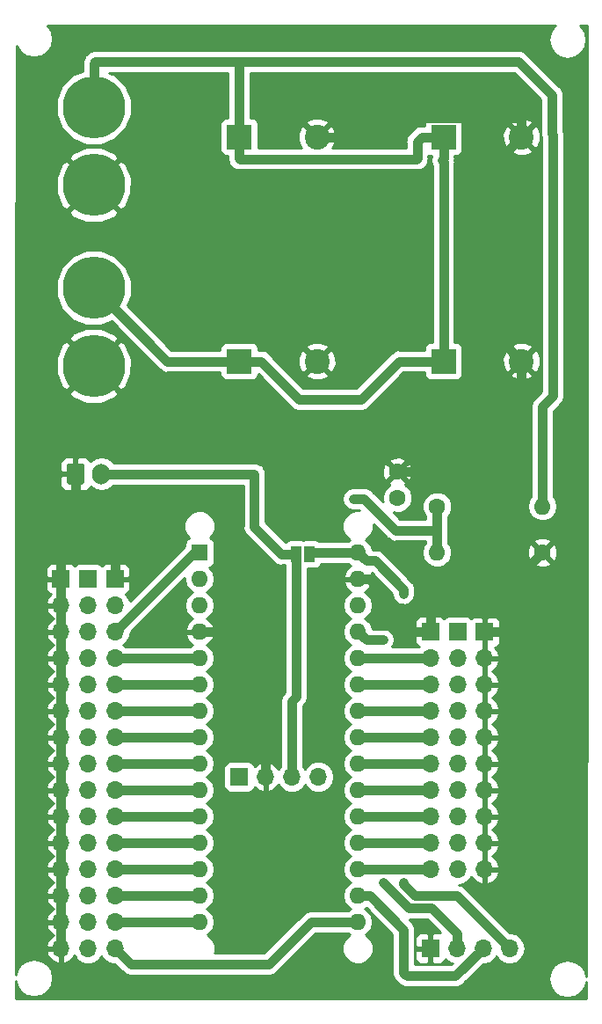
<source format=gbl>
G04 #@! TF.GenerationSoftware,KiCad,Pcbnew,(5.0.1-3-g963ef8bb5)*
G04 #@! TF.CreationDate,2018-11-29T22:46:30+01:00*
G04 #@! TF.ProjectId,condensadores,636F6E64656E7361646F7265732E6B69,rev?*
G04 #@! TF.SameCoordinates,Original*
G04 #@! TF.FileFunction,Copper,L2,Bot,Signal*
G04 #@! TF.FilePolarity,Positive*
%FSLAX46Y46*%
G04 Gerber Fmt 4.6, Leading zero omitted, Abs format (unit mm)*
G04 Created by KiCad (PCBNEW (5.0.1-3-g963ef8bb5)) date jueves, 29 de noviembre de 2018, 22:46:30*
%MOMM*%
%LPD*%
G01*
G04 APERTURE LIST*
G04 #@! TA.AperFunction,ComponentPad*
%ADD10C,6.000000*%
G04 #@! TD*
G04 #@! TA.AperFunction,Conductor*
%ADD11C,0.100000*%
G04 #@! TD*
G04 #@! TA.AperFunction,ComponentPad*
%ADD12C,1.700000*%
G04 #@! TD*
G04 #@! TA.AperFunction,ComponentPad*
%ADD13O,1.700000X2.000000*%
G04 #@! TD*
G04 #@! TA.AperFunction,ComponentPad*
%ADD14O,1.700000X1.700000*%
G04 #@! TD*
G04 #@! TA.AperFunction,ComponentPad*
%ADD15R,1.700000X1.700000*%
G04 #@! TD*
G04 #@! TA.AperFunction,ComponentPad*
%ADD16R,1.600000X1.600000*%
G04 #@! TD*
G04 #@! TA.AperFunction,ComponentPad*
%ADD17O,1.600000X1.600000*%
G04 #@! TD*
G04 #@! TA.AperFunction,ComponentPad*
%ADD18R,2.400000X2.400000*%
G04 #@! TD*
G04 #@! TA.AperFunction,ComponentPad*
%ADD19C,2.400000*%
G04 #@! TD*
G04 #@! TA.AperFunction,ComponentPad*
%ADD20C,1.600000*%
G04 #@! TD*
G04 #@! TA.AperFunction,SMDPad,CuDef*
%ADD21R,1.000000X1.500000*%
G04 #@! TD*
G04 #@! TA.AperFunction,ViaPad*
%ADD22C,0.800000*%
G04 #@! TD*
G04 #@! TA.AperFunction,Conductor*
%ADD23C,0.900000*%
G04 #@! TD*
G04 #@! TA.AperFunction,Conductor*
%ADD24C,0.254000*%
G04 #@! TD*
G04 APERTURE END LIST*
D10*
G04 #@! TO.P,J1,1*
G04 #@! TO.N,GND*
X76150000Y-106500000D03*
G04 #@! TO.P,J1,2*
G04 #@! TO.N,/+12V*
X76150000Y-99000000D03*
G04 #@! TD*
G04 #@! TO.P,J1,1*
G04 #@! TO.N,GND*
X76150000Y-89100000D03*
G04 #@! TO.P,J1,2*
G04 #@! TO.N,/+12V*
X76150000Y-81600000D03*
G04 #@! TD*
D11*
G04 #@! TO.N,GND*
G04 #@! TO.C,J3*
G36*
X75024504Y-115901204D02*
X75048773Y-115904804D01*
X75072571Y-115910765D01*
X75095671Y-115919030D01*
X75117849Y-115929520D01*
X75138893Y-115942133D01*
X75158598Y-115956747D01*
X75176777Y-115973223D01*
X75193253Y-115991402D01*
X75207867Y-116011107D01*
X75220480Y-116032151D01*
X75230970Y-116054329D01*
X75239235Y-116077429D01*
X75245196Y-116101227D01*
X75248796Y-116125496D01*
X75250000Y-116150000D01*
X75250000Y-117650000D01*
X75248796Y-117674504D01*
X75245196Y-117698773D01*
X75239235Y-117722571D01*
X75230970Y-117745671D01*
X75220480Y-117767849D01*
X75207867Y-117788893D01*
X75193253Y-117808598D01*
X75176777Y-117826777D01*
X75158598Y-117843253D01*
X75138893Y-117857867D01*
X75117849Y-117870480D01*
X75095671Y-117880970D01*
X75072571Y-117889235D01*
X75048773Y-117895196D01*
X75024504Y-117898796D01*
X75000000Y-117900000D01*
X73800000Y-117900000D01*
X73775496Y-117898796D01*
X73751227Y-117895196D01*
X73727429Y-117889235D01*
X73704329Y-117880970D01*
X73682151Y-117870480D01*
X73661107Y-117857867D01*
X73641402Y-117843253D01*
X73623223Y-117826777D01*
X73606747Y-117808598D01*
X73592133Y-117788893D01*
X73579520Y-117767849D01*
X73569030Y-117745671D01*
X73560765Y-117722571D01*
X73554804Y-117698773D01*
X73551204Y-117674504D01*
X73550000Y-117650000D01*
X73550000Y-116150000D01*
X73551204Y-116125496D01*
X73554804Y-116101227D01*
X73560765Y-116077429D01*
X73569030Y-116054329D01*
X73579520Y-116032151D01*
X73592133Y-116011107D01*
X73606747Y-115991402D01*
X73623223Y-115973223D01*
X73641402Y-115956747D01*
X73661107Y-115942133D01*
X73682151Y-115929520D01*
X73704329Y-115919030D01*
X73727429Y-115910765D01*
X73751227Y-115904804D01*
X73775496Y-115901204D01*
X73800000Y-115900000D01*
X75000000Y-115900000D01*
X75024504Y-115901204D01*
X75024504Y-115901204D01*
G37*
D12*
G04 #@! TD*
G04 #@! TO.P,J3,1*
G04 #@! TO.N,GND*
X74400000Y-116900000D03*
D13*
G04 #@! TO.P,J3,2*
G04 #@! TO.N,IN+*
X76900000Y-116900000D03*
G04 #@! TD*
D14*
G04 #@! TO.P,DC-DC_5V,4*
G04 #@! TO.N,Net-(DC-DC_5V1-Pad4)*
X97790000Y-146050000D03*
G04 #@! TO.P,DC-DC_5V,3*
G04 #@! TO.N,IN+*
X95250000Y-146050000D03*
G04 #@! TO.P,DC-DC_5V,2*
G04 #@! TO.N,GND*
X92710000Y-146050000D03*
D15*
G04 #@! TO.P,DC-DC_5V,1*
G04 #@! TO.N,+5V*
X90170000Y-146050000D03*
G04 #@! TD*
D16*
G04 #@! TO.P,Arduino Nano,1*
G04 #@! TO.N,Net-(A1-Pad1)*
X86360000Y-124460000D03*
D17*
G04 #@! TO.P,Arduino Nano,17*
G04 #@! TO.N,Net-(A1-Pad17)*
X101600000Y-157480000D03*
G04 #@! TO.P,Arduino Nano,2*
G04 #@! TO.N,Net-(A1-Pad2)*
X86360000Y-127000000D03*
G04 #@! TO.P,Arduino Nano,18*
G04 #@! TO.N,Net-(A1-Pad18)*
X101600000Y-154940000D03*
G04 #@! TO.P,Arduino Nano,3*
G04 #@! TO.N,Net-(A1-Pad3)*
X86360000Y-129540000D03*
G04 #@! TO.P,Arduino Nano,19*
G04 #@! TO.N,A0*
X101600000Y-152400000D03*
G04 #@! TO.P,Arduino Nano,4*
G04 #@! TO.N,GND*
X86360000Y-132080000D03*
G04 #@! TO.P,Arduino Nano,20*
G04 #@! TO.N,Net-(A1-Pad20)*
X101600000Y-149860000D03*
G04 #@! TO.P,Arduino Nano,5*
G04 #@! TO.N,Net-(A1-Pad5)*
X86360000Y-134620000D03*
G04 #@! TO.P,Arduino Nano,21*
G04 #@! TO.N,Net-(A1-Pad21)*
X101600000Y-147320000D03*
G04 #@! TO.P,Arduino Nano,6*
G04 #@! TO.N,Net-(A1-Pad6)*
X86360000Y-137160000D03*
G04 #@! TO.P,Arduino Nano,22*
G04 #@! TO.N,Net-(A1-Pad22)*
X101600000Y-144780000D03*
G04 #@! TO.P,Arduino Nano,7*
G04 #@! TO.N,Net-(A1-Pad7)*
X86360000Y-139700000D03*
G04 #@! TO.P,Arduino Nano,23*
G04 #@! TO.N,Net-(A1-Pad23)*
X101600000Y-142240000D03*
G04 #@! TO.P,Arduino Nano,8*
G04 #@! TO.N,Net-(A1-Pad8)*
X86360000Y-142240000D03*
G04 #@! TO.P,Arduino Nano,24*
G04 #@! TO.N,Net-(A1-Pad24)*
X101600000Y-139700000D03*
G04 #@! TO.P,Arduino Nano,9*
G04 #@! TO.N,Net-(A1-Pad9)*
X86360000Y-144780000D03*
G04 #@! TO.P,Arduino Nano,25*
G04 #@! TO.N,Net-(A1-Pad25)*
X101600000Y-137160000D03*
G04 #@! TO.P,Arduino Nano,10*
G04 #@! TO.N,Net-(A1-Pad10)*
X86360000Y-147320000D03*
G04 #@! TO.P,Arduino Nano,26*
G04 #@! TO.N,Net-(A1-Pad26)*
X101600000Y-134620000D03*
G04 #@! TO.P,Arduino Nano,11*
G04 #@! TO.N,Net-(A1-Pad11)*
X86360000Y-149860000D03*
G04 #@! TO.P,Arduino Nano,27*
G04 #@! TO.N,+5V*
X101600000Y-132080000D03*
G04 #@! TO.P,Arduino Nano,12*
G04 #@! TO.N,Net-(A1-Pad12)*
X86360000Y-152400000D03*
G04 #@! TO.P,Arduino Nano,28*
G04 #@! TO.N,Net-(A1-Pad28)*
X101600000Y-129540000D03*
G04 #@! TO.P,Arduino Nano,13*
G04 #@! TO.N,Net-(A1-Pad13)*
X86360000Y-154940000D03*
G04 #@! TO.P,Arduino Nano,29*
G04 #@! TO.N,GND*
X101600000Y-127000000D03*
G04 #@! TO.P,Arduino Nano,14*
G04 #@! TO.N,Net-(A1-Pad14)*
X86360000Y-157480000D03*
G04 #@! TO.P,Arduino Nano,30*
G04 #@! TO.N,IN+*
X101600000Y-124460000D03*
G04 #@! TO.P,Arduino Nano,15*
G04 #@! TO.N,Net-(A1-Pad15)*
X86360000Y-160020000D03*
G04 #@! TO.P,Arduino Nano,16*
G04 #@! TO.N,Net-(A1-Pad16)*
X101600000Y-160020000D03*
G04 #@! TD*
D18*
G04 #@! TO.P,C1,1*
G04 #@! TO.N,/+12V*
X90170000Y-84455000D03*
D19*
G04 #@! TO.P,C1,2*
G04 #@! TO.N,GND*
X97670000Y-84455000D03*
G04 #@! TD*
G04 #@! TO.P,C2,2*
G04 #@! TO.N,GND*
X117355000Y-84455000D03*
D18*
G04 #@! TO.P,C2,1*
G04 #@! TO.N,/+12V*
X109855000Y-84455000D03*
G04 #@! TD*
G04 #@! TO.P,C3,1*
G04 #@! TO.N,/+12V*
X109855000Y-106045000D03*
D19*
G04 #@! TO.P,C3,2*
G04 #@! TO.N,GND*
X117355000Y-106045000D03*
G04 #@! TD*
G04 #@! TO.P,C4,2*
G04 #@! TO.N,GND*
X97670000Y-106045000D03*
D18*
G04 #@! TO.P,C4,1*
G04 #@! TO.N,/+12V*
X90170000Y-106045000D03*
G04 #@! TD*
D20*
G04 #@! TO.P,C5,1*
G04 #@! TO.N,GND*
X105410000Y-116700000D03*
G04 #@! TO.P,C5,2*
G04 #@! TO.N,A0*
X105410000Y-119200000D03*
G04 #@! TD*
D15*
G04 #@! TO.P,SIG,1*
G04 #@! TO.N,GND*
X78200000Y-127000000D03*
D14*
G04 #@! TO.P,SIG,2*
G04 #@! TO.N,Net-(A1-Pad2)*
X78200000Y-129540000D03*
G04 #@! TO.P,SIG,3*
G04 #@! TO.N,Net-(A1-Pad1)*
X78200000Y-132080000D03*
G04 #@! TO.P,SIG,4*
G04 #@! TO.N,Net-(A1-Pad5)*
X78200000Y-134620000D03*
G04 #@! TO.P,SIG,5*
G04 #@! TO.N,Net-(A1-Pad6)*
X78200000Y-137160000D03*
G04 #@! TO.P,SIG,6*
G04 #@! TO.N,Net-(A1-Pad7)*
X78200000Y-139700000D03*
G04 #@! TO.P,SIG,7*
G04 #@! TO.N,Net-(A1-Pad8)*
X78200000Y-142240000D03*
G04 #@! TO.P,SIG,8*
G04 #@! TO.N,Net-(A1-Pad9)*
X78200000Y-144780000D03*
G04 #@! TO.P,SIG,9*
G04 #@! TO.N,Net-(A1-Pad10)*
X78200000Y-147320000D03*
G04 #@! TO.P,SIG,10*
G04 #@! TO.N,Net-(A1-Pad11)*
X78200000Y-149860000D03*
G04 #@! TO.P,SIG,11*
G04 #@! TO.N,Net-(A1-Pad12)*
X78200000Y-152400000D03*
G04 #@! TO.P,SIG,12*
G04 #@! TO.N,Net-(A1-Pad13)*
X78200000Y-154940000D03*
G04 #@! TO.P,SIG,13*
G04 #@! TO.N,Net-(A1-Pad14)*
X78200000Y-157480000D03*
G04 #@! TO.P,SIG,14*
G04 #@! TO.N,Net-(A1-Pad15)*
X78200000Y-160020000D03*
G04 #@! TO.P,SIG,15*
G04 #@! TO.N,Net-(A1-Pad16)*
X78200000Y-162560000D03*
G04 #@! TD*
D15*
G04 #@! TO.P,SIG,1*
G04 #@! TO.N,GND*
X108585000Y-132080000D03*
D14*
G04 #@! TO.P,SIG,2*
G04 #@! TO.N,Net-(A1-Pad26)*
X108585000Y-134620000D03*
G04 #@! TO.P,SIG,3*
G04 #@! TO.N,Net-(A1-Pad25)*
X108585000Y-137160000D03*
G04 #@! TO.P,SIG,4*
G04 #@! TO.N,Net-(A1-Pad24)*
X108585000Y-139700000D03*
G04 #@! TO.P,SIG,5*
G04 #@! TO.N,Net-(A1-Pad23)*
X108585000Y-142240000D03*
G04 #@! TO.P,SIG,6*
G04 #@! TO.N,Net-(A1-Pad22)*
X108585000Y-144780000D03*
G04 #@! TO.P,SIG,7*
G04 #@! TO.N,Net-(A1-Pad21)*
X108585000Y-147320000D03*
G04 #@! TO.P,SIG,8*
G04 #@! TO.N,Net-(A1-Pad20)*
X108585000Y-149860000D03*
G04 #@! TO.P,SIG,9*
G04 #@! TO.N,A0*
X108585000Y-152400000D03*
G04 #@! TO.P,SIG,10*
G04 #@! TO.N,Net-(A1-Pad18)*
X108585000Y-154940000D03*
G04 #@! TD*
D15*
G04 #@! TO.P,JA3,1*
G04 #@! TO.N,GND*
X108585000Y-162560000D03*
D14*
G04 #@! TO.P,JA3,2*
G04 #@! TO.N,+5V*
X111125000Y-162560000D03*
G04 #@! TO.P,JA3,3*
G04 #@! TO.N,Net-(A1-Pad17)*
X113665000Y-162560000D03*
G04 #@! TO.P,JA3,4*
G04 #@! TO.N,IN+*
X116205000Y-162560000D03*
G04 #@! TD*
G04 #@! TO.P,+5V,15*
G04 #@! TO.N,+5V*
X75600000Y-162560000D03*
G04 #@! TO.P,+5V,14*
X75600000Y-160020000D03*
G04 #@! TO.P,+5V,13*
X75600000Y-157480000D03*
G04 #@! TO.P,+5V,12*
X75600000Y-154940000D03*
G04 #@! TO.P,+5V,11*
X75600000Y-152400000D03*
G04 #@! TO.P,+5V,10*
X75600000Y-149860000D03*
G04 #@! TO.P,+5V,9*
X75600000Y-147320000D03*
G04 #@! TO.P,+5V,8*
X75600000Y-144780000D03*
G04 #@! TO.P,+5V,7*
X75600000Y-142240000D03*
G04 #@! TO.P,+5V,6*
X75600000Y-139700000D03*
G04 #@! TO.P,+5V,5*
X75600000Y-137160000D03*
G04 #@! TO.P,+5V,4*
X75600000Y-134620000D03*
G04 #@! TO.P,+5V,3*
X75600000Y-132080000D03*
G04 #@! TO.P,+5V,2*
X75600000Y-129540000D03*
D15*
G04 #@! TO.P,+5V,1*
X75600000Y-127000000D03*
G04 #@! TD*
G04 #@! TO.P,GND,1*
G04 #@! TO.N,GND*
X73000000Y-127000000D03*
D14*
G04 #@! TO.P,GND,2*
X73000000Y-129540000D03*
G04 #@! TO.P,GND,3*
X73000000Y-132080000D03*
G04 #@! TO.P,GND,4*
X73000000Y-134620000D03*
G04 #@! TO.P,GND,5*
X73000000Y-137160000D03*
G04 #@! TO.P,GND,6*
X73000000Y-139700000D03*
G04 #@! TO.P,GND,7*
X73000000Y-142240000D03*
G04 #@! TO.P,GND,8*
X73000000Y-144780000D03*
G04 #@! TO.P,GND,9*
X73000000Y-147320000D03*
G04 #@! TO.P,GND,10*
X73000000Y-149860000D03*
G04 #@! TO.P,GND,11*
X73000000Y-152400000D03*
G04 #@! TO.P,GND,12*
X73000000Y-154940000D03*
G04 #@! TO.P,GND,13*
X73000000Y-157480000D03*
G04 #@! TO.P,GND,14*
X73000000Y-160020000D03*
G04 #@! TO.P,GND,15*
X73000000Y-162560000D03*
G04 #@! TD*
G04 #@! TO.P,GND,10*
G04 #@! TO.N,GND*
X113800000Y-154960000D03*
G04 #@! TO.P,GND,9*
X113800000Y-152420000D03*
G04 #@! TO.P,GND,8*
X113800000Y-149880000D03*
G04 #@! TO.P,GND,7*
X113800000Y-147340000D03*
G04 #@! TO.P,GND,6*
X113800000Y-144800000D03*
G04 #@! TO.P,GND,5*
X113800000Y-142260000D03*
G04 #@! TO.P,GND,4*
X113800000Y-139720000D03*
G04 #@! TO.P,GND,3*
X113800000Y-137180000D03*
G04 #@! TO.P,GND,2*
X113800000Y-134640000D03*
D15*
G04 #@! TO.P,GND,1*
X113800000Y-132100000D03*
G04 #@! TD*
G04 #@! TO.P,+5V,1*
G04 #@! TO.N,+5V*
X111200000Y-132080000D03*
D14*
G04 #@! TO.P,+5V,2*
X111200000Y-134620000D03*
G04 #@! TO.P,+5V,3*
X111200000Y-137160000D03*
G04 #@! TO.P,+5V,4*
X111200000Y-139700000D03*
G04 #@! TO.P,+5V,5*
X111200000Y-142240000D03*
G04 #@! TO.P,+5V,6*
X111200000Y-144780000D03*
G04 #@! TO.P,+5V,7*
X111200000Y-147320000D03*
G04 #@! TO.P,+5V,8*
X111200000Y-149860000D03*
G04 #@! TO.P,+5V,9*
X111200000Y-152400000D03*
G04 #@! TO.P,+5V,10*
X111200000Y-154940000D03*
G04 #@! TD*
D20*
G04 #@! TO.P,R1,1*
G04 #@! TO.N,A0*
X109220000Y-120015000D03*
D17*
G04 #@! TO.P,R1,2*
G04 #@! TO.N,/+12V*
X119380000Y-120015000D03*
G04 #@! TD*
G04 #@! TO.P,R2,2*
G04 #@! TO.N,A0*
X109220000Y-124460000D03*
D20*
G04 #@! TO.P,R2,1*
G04 #@! TO.N,GND*
X119380000Y-124460000D03*
G04 #@! TD*
D21*
G04 #@! TO.P,IN+,2*
G04 #@! TO.N,IN+*
X96950000Y-124600000D03*
G04 #@! TO.P,IN+,1*
X95650000Y-124600000D03*
G04 #@! TD*
D22*
G04 #@! TO.N,GND*
X107100000Y-109500000D03*
X94000000Y-89000000D03*
G04 #@! TO.N,A0*
X101200000Y-119300000D03*
G04 #@! TO.N,+5V*
X104000000Y-156200000D03*
X104020001Y-132879999D03*
X108700000Y-158700000D03*
X107100000Y-158700000D03*
G04 #@! TO.N,IN+*
X106000000Y-128400000D03*
X106000000Y-156200000D03*
G04 #@! TD*
D23*
G04 #@! TO.N,Net-(A1-Pad1)*
X85820000Y-124460000D02*
X86360000Y-124460000D01*
X78200000Y-132080000D02*
X85820000Y-124460000D01*
G04 #@! TO.N,Net-(A1-Pad17)*
X111025000Y-165200000D02*
X113665000Y-162560000D01*
X101600000Y-157480000D02*
X102731370Y-157480000D01*
X106000000Y-164900000D02*
X106300000Y-165200000D01*
X106000000Y-160748630D02*
X106000000Y-164900000D01*
X102731370Y-157480000D02*
X106000000Y-160748630D01*
X111025000Y-165200000D02*
X106300000Y-165200000D01*
G04 #@! TO.N,Net-(A1-Pad18)*
X101600000Y-154940000D02*
X108585000Y-154940000D01*
G04 #@! TO.N,GND*
X104795001Y-82604999D02*
X117202055Y-82604999D01*
X117202055Y-82604999D02*
X117355000Y-82757944D01*
X102945000Y-84455000D02*
X104795001Y-82604999D01*
X117355000Y-82757944D02*
X117355000Y-84455000D01*
X97670000Y-84455000D02*
X102945000Y-84455000D01*
X116155001Y-104845001D02*
X117355000Y-106045000D01*
X116155001Y-85654999D02*
X116155001Y-104845001D01*
X117355000Y-84455000D02*
X116155001Y-85654999D01*
X117355000Y-107742056D02*
X115597056Y-109500000D01*
X117355000Y-106045000D02*
X117355000Y-107742056D01*
X115597056Y-109500000D02*
X107100000Y-109500000D01*
X107100000Y-109500000D02*
X107100000Y-109500000D01*
X102731370Y-127000000D02*
X103131370Y-127400000D01*
X101600000Y-127000000D02*
X102731370Y-127000000D01*
X106835000Y-132080000D02*
X108585000Y-132080000D01*
X103131370Y-128376370D02*
X106835000Y-132080000D01*
X103131370Y-127400000D02*
X103131370Y-128376370D01*
X108585000Y-130330000D02*
X108600000Y-130315000D01*
X108585000Y-132080000D02*
X108585000Y-130330000D01*
X108600000Y-130315000D02*
X108600000Y-128500000D01*
X116205000Y-128695000D02*
X116205000Y-132080000D01*
X116400000Y-127440000D02*
X119380000Y-124460000D01*
X107100000Y-116700000D02*
X114000000Y-116700000D01*
X107100000Y-109500000D02*
X107100000Y-116700000D01*
X114000000Y-116700000D02*
X114000000Y-128500000D01*
X108600000Y-128500000D02*
X114000000Y-128500000D01*
X79400000Y-122900000D02*
X79400000Y-119000000D01*
X79400000Y-119000000D02*
X89100000Y-119000000D01*
X89080000Y-132080000D02*
X89100000Y-132100000D01*
X86360000Y-132080000D02*
X89080000Y-132080000D01*
X89100000Y-129900000D02*
X92700000Y-129900000D01*
X89100000Y-119000000D02*
X89100000Y-129900000D01*
X89100000Y-129900000D02*
X89100000Y-132100000D01*
X92710000Y-129910000D02*
X92710000Y-146050000D01*
X92700000Y-129900000D02*
X92710000Y-129910000D01*
X106541370Y-116700000D02*
X107100000Y-116700000D01*
X105410000Y-116700000D02*
X106541370Y-116700000D01*
X79400000Y-119000000D02*
X74590000Y-119000000D01*
X79400000Y-124050000D02*
X79400000Y-122900000D01*
X78200000Y-125250000D02*
X79400000Y-124050000D01*
X78200000Y-127000000D02*
X78200000Y-125250000D01*
X115570000Y-132080000D02*
X116205000Y-132080000D01*
X115550000Y-132100000D02*
X115570000Y-132080000D01*
X113800000Y-132100000D02*
X115550000Y-132100000D01*
X116400000Y-128500000D02*
X116205000Y-128695000D01*
X116400000Y-127440000D02*
X116400000Y-128500000D01*
X114000000Y-128500000D02*
X116400000Y-128500000D01*
X74400000Y-118810000D02*
X74400000Y-116900000D01*
X74590000Y-119000000D02*
X74400000Y-118810000D01*
X73000000Y-120590000D02*
X74590000Y-119000000D01*
X73000000Y-162560000D02*
X73000000Y-120590000D01*
G04 #@! TO.N,Net-(A1-Pad20)*
X101600000Y-149860000D02*
X108585000Y-149860000D01*
G04 #@! TO.N,Net-(A1-Pad5)*
X78200000Y-134620000D02*
X86360000Y-134620000D01*
G04 #@! TO.N,Net-(A1-Pad21)*
X101600000Y-147320000D02*
X108585000Y-147320000D01*
G04 #@! TO.N,Net-(A1-Pad6)*
X86360000Y-137160000D02*
X78200000Y-137160000D01*
G04 #@! TO.N,Net-(A1-Pad22)*
X101600000Y-144780000D02*
X108585000Y-144780000D01*
G04 #@! TO.N,Net-(A1-Pad7)*
X78200000Y-139700000D02*
X86360000Y-139700000D01*
G04 #@! TO.N,Net-(A1-Pad23)*
X108585000Y-142240000D02*
X101600000Y-142240000D01*
G04 #@! TO.N,Net-(A1-Pad8)*
X86360000Y-142240000D02*
X78200000Y-142240000D01*
G04 #@! TO.N,Net-(A1-Pad24)*
X101600000Y-139700000D02*
X108585000Y-139700000D01*
G04 #@! TO.N,Net-(A1-Pad9)*
X78200000Y-144780000D02*
X86360000Y-144780000D01*
G04 #@! TO.N,Net-(A1-Pad25)*
X108585000Y-137160000D02*
X101600000Y-137160000D01*
G04 #@! TO.N,Net-(A1-Pad10)*
X86360000Y-147320000D02*
X78200000Y-147320000D01*
G04 #@! TO.N,Net-(A1-Pad26)*
X101600000Y-134620000D02*
X108585000Y-134620000D01*
G04 #@! TO.N,Net-(A1-Pad11)*
X78200000Y-149860000D02*
X86360000Y-149860000D01*
G04 #@! TO.N,Net-(A1-Pad12)*
X86360000Y-152400000D02*
X78200000Y-152400000D01*
G04 #@! TO.N,Net-(A1-Pad13)*
X78200000Y-154940000D02*
X86360000Y-154940000D01*
G04 #@! TO.N,Net-(A1-Pad14)*
X86360000Y-157480000D02*
X78200000Y-157480000D01*
G04 #@! TO.N,Net-(A1-Pad15)*
X78200000Y-160020000D02*
X86360000Y-160020000D01*
G04 #@! TO.N,Net-(A1-Pad16)*
X97080000Y-160020000D02*
X101600000Y-160020000D01*
X92999999Y-164100001D02*
X97080000Y-160020000D01*
X79740001Y-164100001D02*
X92999999Y-164100001D01*
X78200000Y-162560000D02*
X79740001Y-164100001D01*
G04 #@! TO.N,/+12V*
X90170000Y-86555000D02*
X90200000Y-86585000D01*
X90170000Y-84455000D02*
X90170000Y-86555000D01*
X90200000Y-86585000D02*
X107285000Y-86585000D01*
X107285000Y-86585000D02*
X107300000Y-86570000D01*
X107755000Y-84455000D02*
X109855000Y-84455000D01*
X107300000Y-84910000D02*
X107755000Y-84455000D01*
X107300000Y-86570000D02*
X107300000Y-84910000D01*
X109855000Y-86555000D02*
X109700000Y-86710000D01*
X109855000Y-84455000D02*
X109855000Y-86555000D01*
X109855000Y-86865000D02*
X109855000Y-106045000D01*
X109700000Y-86710000D02*
X109855000Y-86865000D01*
X109855000Y-106045000D02*
X105555000Y-106045000D01*
X105555000Y-106045000D02*
X101900000Y-109700000D01*
X92270000Y-106045000D02*
X90170000Y-106045000D01*
X95925000Y-109700000D02*
X92270000Y-106045000D01*
X101900000Y-109700000D02*
X95925000Y-109700000D01*
X119380000Y-110420000D02*
X119380000Y-120015000D01*
X120400000Y-84247295D02*
X120400000Y-109400000D01*
X120400000Y-109400000D02*
X119380000Y-110420000D01*
X120300000Y-84147295D02*
X120400000Y-84247295D01*
X120300000Y-80400000D02*
X120300000Y-84147295D01*
X117100000Y-77200000D02*
X120300000Y-80400000D01*
X90170000Y-84455000D02*
X90170000Y-77230000D01*
X90200000Y-77200000D02*
X117100000Y-77200000D01*
X90170000Y-77230000D02*
X90200000Y-77200000D01*
X76307360Y-77200000D02*
X76150000Y-77357360D01*
X76150000Y-77357360D02*
X76150000Y-81600000D01*
X90200000Y-77200000D02*
X76307360Y-77200000D01*
X83195000Y-106045000D02*
X76150000Y-99000000D01*
X90170000Y-106045000D02*
X83195000Y-106045000D01*
G04 #@! TO.N,A0*
X101600000Y-152400000D02*
X108585000Y-152400000D01*
X101200000Y-119300000D02*
X102200000Y-119300000D01*
X105200000Y-122300000D02*
X109220000Y-122300000D01*
X109220000Y-122300000D02*
X109220000Y-124460000D01*
X102200000Y-119300000D02*
X105200000Y-122300000D01*
X109220000Y-120015000D02*
X109220000Y-122300000D01*
G04 #@! TO.N,+5V*
X111125000Y-162560000D02*
X111125000Y-161125000D01*
X111125000Y-161125000D02*
X108700000Y-158700000D01*
X108700000Y-158700000D02*
X107100000Y-158700000D01*
X106500000Y-158700000D02*
X104000000Y-156200000D01*
X104000000Y-156200000D02*
X104000000Y-156200000D01*
X102399999Y-132879999D02*
X104020001Y-132879999D01*
X101600000Y-132080000D02*
X102399999Y-132879999D01*
X104020001Y-132879999D02*
X104020001Y-132879999D01*
X108700000Y-158700000D02*
X108700000Y-158700000D01*
X108700000Y-158700000D02*
X108700000Y-158700000D01*
X107100000Y-158700000D02*
X106500000Y-158700000D01*
G04 #@! TO.N,IN+*
X116205000Y-162560000D02*
X111145000Y-157500000D01*
X111145000Y-157500000D02*
X107100000Y-157500000D01*
X107100000Y-157500000D02*
X106000000Y-156400000D01*
X102399999Y-125259999D02*
X103259999Y-125259999D01*
X101600000Y-124460000D02*
X102399999Y-125259999D01*
X106000000Y-128000000D02*
X106000000Y-128400000D01*
X103259999Y-125259999D02*
X106000000Y-128000000D01*
X106000000Y-128400000D02*
X106000000Y-128400000D01*
X106000000Y-156200000D02*
X106000000Y-156200000D01*
X97090000Y-124460000D02*
X96950000Y-124600000D01*
X101600000Y-124460000D02*
X97090000Y-124460000D01*
X91630000Y-116900000D02*
X91630000Y-121980000D01*
X76900000Y-116900000D02*
X91630000Y-116900000D01*
X94250000Y-124600000D02*
X95650000Y-124600000D01*
X91630000Y-121980000D02*
X94250000Y-124600000D01*
X95650000Y-124600000D02*
X95650000Y-138350000D01*
X95250000Y-138750000D02*
X95250000Y-146050000D01*
X95650000Y-138350000D02*
X95250000Y-138750000D01*
G04 #@! TD*
D24*
G04 #@! TO.N,GND*
G36*
X123665001Y-124267388D02*
X123578013Y-165238642D01*
X123490700Y-164799689D01*
X123094005Y-164205995D01*
X122500311Y-163809300D01*
X121800000Y-163670000D01*
X121099689Y-163809300D01*
X120505995Y-164205995D01*
X120109300Y-164799689D01*
X119970000Y-165500000D01*
X120109300Y-166200311D01*
X120505995Y-166794005D01*
X121099689Y-167190700D01*
X121800000Y-167330000D01*
X122500311Y-167190700D01*
X123094005Y-166794005D01*
X123490700Y-166200311D01*
X123576891Y-165766998D01*
X123573498Y-167365000D01*
X68635347Y-167365000D01*
X68636120Y-165732409D01*
X68709300Y-166100311D01*
X69105995Y-166694005D01*
X69699689Y-167090700D01*
X70400000Y-167230000D01*
X71100311Y-167090700D01*
X71694005Y-166694005D01*
X72090700Y-166100311D01*
X72230000Y-165400000D01*
X72090700Y-164699689D01*
X71694005Y-164105995D01*
X71100311Y-163709300D01*
X70400000Y-163570000D01*
X69699689Y-163709300D01*
X69105995Y-164105995D01*
X68709300Y-164699689D01*
X68636435Y-165066005D01*
X68637452Y-162916890D01*
X71558524Y-162916890D01*
X71728355Y-163326924D01*
X72118642Y-163755183D01*
X72643108Y-164001486D01*
X72873000Y-163880819D01*
X72873000Y-162687000D01*
X71679845Y-162687000D01*
X71558524Y-162916890D01*
X68637452Y-162916890D01*
X68638654Y-160376890D01*
X71558524Y-160376890D01*
X71728355Y-160786924D01*
X72118642Y-161215183D01*
X72277954Y-161290000D01*
X72118642Y-161364817D01*
X71728355Y-161793076D01*
X71558524Y-162203110D01*
X71679845Y-162433000D01*
X72873000Y-162433000D01*
X72873000Y-160147000D01*
X71679845Y-160147000D01*
X71558524Y-160376890D01*
X68638654Y-160376890D01*
X68639856Y-157836890D01*
X71558524Y-157836890D01*
X71728355Y-158246924D01*
X72118642Y-158675183D01*
X72277954Y-158750000D01*
X72118642Y-158824817D01*
X71728355Y-159253076D01*
X71558524Y-159663110D01*
X71679845Y-159893000D01*
X72873000Y-159893000D01*
X72873000Y-157607000D01*
X71679845Y-157607000D01*
X71558524Y-157836890D01*
X68639856Y-157836890D01*
X68641058Y-155296890D01*
X71558524Y-155296890D01*
X71728355Y-155706924D01*
X72118642Y-156135183D01*
X72277954Y-156210000D01*
X72118642Y-156284817D01*
X71728355Y-156713076D01*
X71558524Y-157123110D01*
X71679845Y-157353000D01*
X72873000Y-157353000D01*
X72873000Y-155067000D01*
X71679845Y-155067000D01*
X71558524Y-155296890D01*
X68641058Y-155296890D01*
X68642260Y-152756890D01*
X71558524Y-152756890D01*
X71728355Y-153166924D01*
X72118642Y-153595183D01*
X72277954Y-153670000D01*
X72118642Y-153744817D01*
X71728355Y-154173076D01*
X71558524Y-154583110D01*
X71679845Y-154813000D01*
X72873000Y-154813000D01*
X72873000Y-152527000D01*
X71679845Y-152527000D01*
X71558524Y-152756890D01*
X68642260Y-152756890D01*
X68643462Y-150216890D01*
X71558524Y-150216890D01*
X71728355Y-150626924D01*
X72118642Y-151055183D01*
X72277954Y-151130000D01*
X72118642Y-151204817D01*
X71728355Y-151633076D01*
X71558524Y-152043110D01*
X71679845Y-152273000D01*
X72873000Y-152273000D01*
X72873000Y-149987000D01*
X71679845Y-149987000D01*
X71558524Y-150216890D01*
X68643462Y-150216890D01*
X68644664Y-147676890D01*
X71558524Y-147676890D01*
X71728355Y-148086924D01*
X72118642Y-148515183D01*
X72277954Y-148590000D01*
X72118642Y-148664817D01*
X71728355Y-149093076D01*
X71558524Y-149503110D01*
X71679845Y-149733000D01*
X72873000Y-149733000D01*
X72873000Y-147447000D01*
X71679845Y-147447000D01*
X71558524Y-147676890D01*
X68644664Y-147676890D01*
X68645866Y-145136890D01*
X71558524Y-145136890D01*
X71728355Y-145546924D01*
X72118642Y-145975183D01*
X72277954Y-146050000D01*
X72118642Y-146124817D01*
X71728355Y-146553076D01*
X71558524Y-146963110D01*
X71679845Y-147193000D01*
X72873000Y-147193000D01*
X72873000Y-144907000D01*
X71679845Y-144907000D01*
X71558524Y-145136890D01*
X68645866Y-145136890D01*
X68647068Y-142596890D01*
X71558524Y-142596890D01*
X71728355Y-143006924D01*
X72118642Y-143435183D01*
X72277954Y-143510000D01*
X72118642Y-143584817D01*
X71728355Y-144013076D01*
X71558524Y-144423110D01*
X71679845Y-144653000D01*
X72873000Y-144653000D01*
X72873000Y-142367000D01*
X71679845Y-142367000D01*
X71558524Y-142596890D01*
X68647068Y-142596890D01*
X68648270Y-140056890D01*
X71558524Y-140056890D01*
X71728355Y-140466924D01*
X72118642Y-140895183D01*
X72277954Y-140970000D01*
X72118642Y-141044817D01*
X71728355Y-141473076D01*
X71558524Y-141883110D01*
X71679845Y-142113000D01*
X72873000Y-142113000D01*
X72873000Y-139827000D01*
X71679845Y-139827000D01*
X71558524Y-140056890D01*
X68648270Y-140056890D01*
X68649472Y-137516890D01*
X71558524Y-137516890D01*
X71728355Y-137926924D01*
X72118642Y-138355183D01*
X72277954Y-138430000D01*
X72118642Y-138504817D01*
X71728355Y-138933076D01*
X71558524Y-139343110D01*
X71679845Y-139573000D01*
X72873000Y-139573000D01*
X72873000Y-137287000D01*
X71679845Y-137287000D01*
X71558524Y-137516890D01*
X68649472Y-137516890D01*
X68650674Y-134976890D01*
X71558524Y-134976890D01*
X71728355Y-135386924D01*
X72118642Y-135815183D01*
X72277954Y-135890000D01*
X72118642Y-135964817D01*
X71728355Y-136393076D01*
X71558524Y-136803110D01*
X71679845Y-137033000D01*
X72873000Y-137033000D01*
X72873000Y-134747000D01*
X71679845Y-134747000D01*
X71558524Y-134976890D01*
X68650674Y-134976890D01*
X68651877Y-132436890D01*
X71558524Y-132436890D01*
X71728355Y-132846924D01*
X72118642Y-133275183D01*
X72277954Y-133350000D01*
X72118642Y-133424817D01*
X71728355Y-133853076D01*
X71558524Y-134263110D01*
X71679845Y-134493000D01*
X72873000Y-134493000D01*
X72873000Y-132207000D01*
X71679845Y-132207000D01*
X71558524Y-132436890D01*
X68651877Y-132436890D01*
X68653080Y-129896890D01*
X71558524Y-129896890D01*
X71728355Y-130306924D01*
X72118642Y-130735183D01*
X72277954Y-130810000D01*
X72118642Y-130884817D01*
X71728355Y-131313076D01*
X71558524Y-131723110D01*
X71679845Y-131953000D01*
X72873000Y-131953000D01*
X72873000Y-129667000D01*
X71679845Y-129667000D01*
X71558524Y-129896890D01*
X68653080Y-129896890D01*
X68654317Y-127285750D01*
X71515000Y-127285750D01*
X71515000Y-127976310D01*
X71611673Y-128209699D01*
X71790302Y-128388327D01*
X71999878Y-128475136D01*
X71728355Y-128773076D01*
X71558524Y-129183110D01*
X71679845Y-129413000D01*
X72873000Y-129413000D01*
X72873000Y-127127000D01*
X71673750Y-127127000D01*
X71515000Y-127285750D01*
X68654317Y-127285750D01*
X68654914Y-126023690D01*
X71515000Y-126023690D01*
X71515000Y-126714250D01*
X71673750Y-126873000D01*
X72873000Y-126873000D01*
X72873000Y-125673750D01*
X73127000Y-125673750D01*
X73127000Y-126873000D01*
X73147000Y-126873000D01*
X73147000Y-127127000D01*
X73127000Y-127127000D01*
X73127000Y-129413000D01*
X73147000Y-129413000D01*
X73147000Y-129667000D01*
X73127000Y-129667000D01*
X73127000Y-131953000D01*
X73147000Y-131953000D01*
X73147000Y-132207000D01*
X73127000Y-132207000D01*
X73127000Y-134493000D01*
X73147000Y-134493000D01*
X73147000Y-134747000D01*
X73127000Y-134747000D01*
X73127000Y-137033000D01*
X73147000Y-137033000D01*
X73147000Y-137287000D01*
X73127000Y-137287000D01*
X73127000Y-139573000D01*
X73147000Y-139573000D01*
X73147000Y-139827000D01*
X73127000Y-139827000D01*
X73127000Y-142113000D01*
X73147000Y-142113000D01*
X73147000Y-142367000D01*
X73127000Y-142367000D01*
X73127000Y-144653000D01*
X73147000Y-144653000D01*
X73147000Y-144907000D01*
X73127000Y-144907000D01*
X73127000Y-147193000D01*
X73147000Y-147193000D01*
X73147000Y-147447000D01*
X73127000Y-147447000D01*
X73127000Y-149733000D01*
X73147000Y-149733000D01*
X73147000Y-149987000D01*
X73127000Y-149987000D01*
X73127000Y-152273000D01*
X73147000Y-152273000D01*
X73147000Y-152527000D01*
X73127000Y-152527000D01*
X73127000Y-154813000D01*
X73147000Y-154813000D01*
X73147000Y-155067000D01*
X73127000Y-155067000D01*
X73127000Y-157353000D01*
X73147000Y-157353000D01*
X73147000Y-157607000D01*
X73127000Y-157607000D01*
X73127000Y-159893000D01*
X73147000Y-159893000D01*
X73147000Y-160147000D01*
X73127000Y-160147000D01*
X73127000Y-162433000D01*
X73147000Y-162433000D01*
X73147000Y-162687000D01*
X73127000Y-162687000D01*
X73127000Y-163880819D01*
X73356892Y-164001486D01*
X73881358Y-163755183D01*
X74271645Y-163326924D01*
X74292617Y-163276291D01*
X74529375Y-163630625D01*
X75020582Y-163958839D01*
X75453744Y-164045000D01*
X75746256Y-164045000D01*
X76179418Y-163958839D01*
X76670625Y-163630625D01*
X76900000Y-163287341D01*
X77129375Y-163630625D01*
X77620582Y-163958839D01*
X78053744Y-164045000D01*
X78150580Y-164045000D01*
X78897227Y-164791648D01*
X78957760Y-164882242D01*
X79316655Y-165122048D01*
X79633140Y-165185001D01*
X79633144Y-165185001D01*
X79740000Y-165206256D01*
X79846856Y-165185001D01*
X92893142Y-165185001D01*
X92999999Y-165206256D01*
X93106856Y-165185001D01*
X93106860Y-165185001D01*
X93423345Y-165122048D01*
X93782240Y-164882242D01*
X93842775Y-164791645D01*
X97529422Y-161105000D01*
X100640886Y-161105000D01*
X100827168Y-161229469D01*
X100736157Y-161267167D01*
X100307167Y-161696157D01*
X100075000Y-162256659D01*
X100075000Y-162863341D01*
X100307167Y-163423843D01*
X100736157Y-163852833D01*
X101296659Y-164085000D01*
X101903341Y-164085000D01*
X102463843Y-163852833D01*
X102892833Y-163423843D01*
X103125000Y-162863341D01*
X103125000Y-162256659D01*
X102892833Y-161696157D01*
X102463843Y-161267167D01*
X102372832Y-161229469D01*
X102634577Y-161054577D01*
X102951740Y-160579909D01*
X103063113Y-160020000D01*
X102951740Y-159460091D01*
X102634577Y-158985423D01*
X102282242Y-158750000D01*
X102392966Y-158676016D01*
X104915000Y-161198052D01*
X104915001Y-164793138D01*
X104893745Y-164900000D01*
X104977953Y-165323345D01*
X105070014Y-165461124D01*
X105217760Y-165682241D01*
X105308354Y-165742774D01*
X105457224Y-165891644D01*
X105517759Y-165982241D01*
X105876654Y-166222047D01*
X106193139Y-166285000D01*
X106193142Y-166285000D01*
X106299999Y-166306255D01*
X106406856Y-166285000D01*
X110918143Y-166285000D01*
X111025000Y-166306255D01*
X111131857Y-166285000D01*
X111131861Y-166285000D01*
X111448346Y-166222047D01*
X111807241Y-165982241D01*
X111867776Y-165891644D01*
X113714421Y-164045000D01*
X113811256Y-164045000D01*
X114244418Y-163958839D01*
X114735625Y-163630625D01*
X114935000Y-163332239D01*
X115134375Y-163630625D01*
X115625582Y-163958839D01*
X116058744Y-164045000D01*
X116351256Y-164045000D01*
X116784418Y-163958839D01*
X117275625Y-163630625D01*
X117603839Y-163139418D01*
X117719092Y-162560000D01*
X117603839Y-161980582D01*
X117275625Y-161489375D01*
X116784418Y-161161161D01*
X116351256Y-161075000D01*
X116254422Y-161075000D01*
X111987776Y-156808356D01*
X111927241Y-156717759D01*
X111568346Y-156477953D01*
X111302134Y-156425000D01*
X111346256Y-156425000D01*
X111779418Y-156338839D01*
X112270625Y-156010625D01*
X112502270Y-155663944D01*
X112528355Y-155726924D01*
X112918642Y-156155183D01*
X113443108Y-156401486D01*
X113673000Y-156280819D01*
X113673000Y-155087000D01*
X113927000Y-155087000D01*
X113927000Y-156280819D01*
X114156892Y-156401486D01*
X114681358Y-156155183D01*
X115071645Y-155726924D01*
X115241476Y-155316890D01*
X115120155Y-155087000D01*
X113927000Y-155087000D01*
X113673000Y-155087000D01*
X113653000Y-155087000D01*
X113653000Y-154833000D01*
X113673000Y-154833000D01*
X113673000Y-152547000D01*
X113927000Y-152547000D01*
X113927000Y-154833000D01*
X115120155Y-154833000D01*
X115241476Y-154603110D01*
X115071645Y-154193076D01*
X114681358Y-153764817D01*
X114522046Y-153690000D01*
X114681358Y-153615183D01*
X115071645Y-153186924D01*
X115241476Y-152776890D01*
X115120155Y-152547000D01*
X113927000Y-152547000D01*
X113673000Y-152547000D01*
X113653000Y-152547000D01*
X113653000Y-152293000D01*
X113673000Y-152293000D01*
X113673000Y-150007000D01*
X113927000Y-150007000D01*
X113927000Y-152293000D01*
X115120155Y-152293000D01*
X115241476Y-152063110D01*
X115071645Y-151653076D01*
X114681358Y-151224817D01*
X114522046Y-151150000D01*
X114681358Y-151075183D01*
X115071645Y-150646924D01*
X115241476Y-150236890D01*
X115120155Y-150007000D01*
X113927000Y-150007000D01*
X113673000Y-150007000D01*
X113653000Y-150007000D01*
X113653000Y-149753000D01*
X113673000Y-149753000D01*
X113673000Y-147467000D01*
X113927000Y-147467000D01*
X113927000Y-149753000D01*
X115120155Y-149753000D01*
X115241476Y-149523110D01*
X115071645Y-149113076D01*
X114681358Y-148684817D01*
X114522046Y-148610000D01*
X114681358Y-148535183D01*
X115071645Y-148106924D01*
X115241476Y-147696890D01*
X115120155Y-147467000D01*
X113927000Y-147467000D01*
X113673000Y-147467000D01*
X113653000Y-147467000D01*
X113653000Y-147213000D01*
X113673000Y-147213000D01*
X113673000Y-144927000D01*
X113927000Y-144927000D01*
X113927000Y-147213000D01*
X115120155Y-147213000D01*
X115241476Y-146983110D01*
X115071645Y-146573076D01*
X114681358Y-146144817D01*
X114522046Y-146070000D01*
X114681358Y-145995183D01*
X115071645Y-145566924D01*
X115241476Y-145156890D01*
X115120155Y-144927000D01*
X113927000Y-144927000D01*
X113673000Y-144927000D01*
X113653000Y-144927000D01*
X113653000Y-144673000D01*
X113673000Y-144673000D01*
X113673000Y-142387000D01*
X113927000Y-142387000D01*
X113927000Y-144673000D01*
X115120155Y-144673000D01*
X115241476Y-144443110D01*
X115071645Y-144033076D01*
X114681358Y-143604817D01*
X114522046Y-143530000D01*
X114681358Y-143455183D01*
X115071645Y-143026924D01*
X115241476Y-142616890D01*
X115120155Y-142387000D01*
X113927000Y-142387000D01*
X113673000Y-142387000D01*
X113653000Y-142387000D01*
X113653000Y-142133000D01*
X113673000Y-142133000D01*
X113673000Y-139847000D01*
X113927000Y-139847000D01*
X113927000Y-142133000D01*
X115120155Y-142133000D01*
X115241476Y-141903110D01*
X115071645Y-141493076D01*
X114681358Y-141064817D01*
X114522046Y-140990000D01*
X114681358Y-140915183D01*
X115071645Y-140486924D01*
X115241476Y-140076890D01*
X115120155Y-139847000D01*
X113927000Y-139847000D01*
X113673000Y-139847000D01*
X113653000Y-139847000D01*
X113653000Y-139593000D01*
X113673000Y-139593000D01*
X113673000Y-137307000D01*
X113927000Y-137307000D01*
X113927000Y-139593000D01*
X115120155Y-139593000D01*
X115241476Y-139363110D01*
X115071645Y-138953076D01*
X114681358Y-138524817D01*
X114522046Y-138450000D01*
X114681358Y-138375183D01*
X115071645Y-137946924D01*
X115241476Y-137536890D01*
X115120155Y-137307000D01*
X113927000Y-137307000D01*
X113673000Y-137307000D01*
X113653000Y-137307000D01*
X113653000Y-137053000D01*
X113673000Y-137053000D01*
X113673000Y-134767000D01*
X113927000Y-134767000D01*
X113927000Y-137053000D01*
X115120155Y-137053000D01*
X115241476Y-136823110D01*
X115071645Y-136413076D01*
X114681358Y-135984817D01*
X114522046Y-135910000D01*
X114681358Y-135835183D01*
X115071645Y-135406924D01*
X115241476Y-134996890D01*
X115120155Y-134767000D01*
X113927000Y-134767000D01*
X113673000Y-134767000D01*
X113653000Y-134767000D01*
X113653000Y-134513000D01*
X113673000Y-134513000D01*
X113673000Y-132227000D01*
X113927000Y-132227000D01*
X113927000Y-134513000D01*
X115120155Y-134513000D01*
X115241476Y-134283110D01*
X115071645Y-133873076D01*
X114800122Y-133575136D01*
X115009698Y-133488327D01*
X115188327Y-133309699D01*
X115285000Y-133076310D01*
X115285000Y-132385750D01*
X115126250Y-132227000D01*
X113927000Y-132227000D01*
X113673000Y-132227000D01*
X113653000Y-132227000D01*
X113653000Y-131973000D01*
X113673000Y-131973000D01*
X113673000Y-130773750D01*
X113927000Y-130773750D01*
X113927000Y-131973000D01*
X115126250Y-131973000D01*
X115285000Y-131814250D01*
X115285000Y-131123690D01*
X115188327Y-130890301D01*
X115009698Y-130711673D01*
X114776309Y-130615000D01*
X114085750Y-130615000D01*
X113927000Y-130773750D01*
X113673000Y-130773750D01*
X113514250Y-130615000D01*
X112823691Y-130615000D01*
X112590302Y-130711673D01*
X112516611Y-130785364D01*
X112507809Y-130772191D01*
X112297765Y-130631843D01*
X112050000Y-130582560D01*
X110350000Y-130582560D01*
X110102235Y-130631843D01*
X109892191Y-130772191D01*
X109885392Y-130782366D01*
X109794698Y-130691673D01*
X109561309Y-130595000D01*
X108870750Y-130595000D01*
X108712000Y-130753750D01*
X108712000Y-131953000D01*
X108732000Y-131953000D01*
X108732000Y-132207000D01*
X108712000Y-132207000D01*
X108712000Y-132227000D01*
X108458000Y-132227000D01*
X108458000Y-132207000D01*
X107258750Y-132207000D01*
X107100000Y-132365750D01*
X107100000Y-133056310D01*
X107196673Y-133289699D01*
X107375302Y-133468327D01*
X107536033Y-133534904D01*
X107535889Y-133535000D01*
X104887261Y-133535000D01*
X105042048Y-133303345D01*
X105126257Y-132879999D01*
X105042048Y-132456653D01*
X104802242Y-132097758D01*
X104443347Y-131857952D01*
X104126862Y-131794999D01*
X103006423Y-131794999D01*
X102951740Y-131520091D01*
X102673510Y-131103690D01*
X107100000Y-131103690D01*
X107100000Y-131794250D01*
X107258750Y-131953000D01*
X108458000Y-131953000D01*
X108458000Y-130753750D01*
X108299250Y-130595000D01*
X107608691Y-130595000D01*
X107375302Y-130691673D01*
X107196673Y-130870301D01*
X107100000Y-131103690D01*
X102673510Y-131103690D01*
X102634577Y-131045423D01*
X102282242Y-130810000D01*
X102634577Y-130574577D01*
X102951740Y-130099909D01*
X103063113Y-129540000D01*
X102951740Y-128980091D01*
X102634577Y-128505423D01*
X102250892Y-128249053D01*
X102455134Y-128152389D01*
X102831041Y-127737423D01*
X102991904Y-127349039D01*
X102869915Y-127127000D01*
X101727000Y-127127000D01*
X101727000Y-127147000D01*
X101473000Y-127147000D01*
X101473000Y-127127000D01*
X100330085Y-127127000D01*
X100208096Y-127349039D01*
X100368959Y-127737423D01*
X100744866Y-128152389D01*
X100949108Y-128249053D01*
X100565423Y-128505423D01*
X100248260Y-128980091D01*
X100136887Y-129540000D01*
X100248260Y-130099909D01*
X100565423Y-130574577D01*
X100917758Y-130810000D01*
X100565423Y-131045423D01*
X100248260Y-131520091D01*
X100136887Y-132080000D01*
X100248260Y-132639909D01*
X100565423Y-133114577D01*
X100917758Y-133350000D01*
X100565423Y-133585423D01*
X100248260Y-134060091D01*
X100136887Y-134620000D01*
X100248260Y-135179909D01*
X100565423Y-135654577D01*
X100917758Y-135890000D01*
X100565423Y-136125423D01*
X100248260Y-136600091D01*
X100136887Y-137160000D01*
X100248260Y-137719909D01*
X100565423Y-138194577D01*
X100917758Y-138430000D01*
X100565423Y-138665423D01*
X100248260Y-139140091D01*
X100136887Y-139700000D01*
X100248260Y-140259909D01*
X100565423Y-140734577D01*
X100917758Y-140970000D01*
X100565423Y-141205423D01*
X100248260Y-141680091D01*
X100136887Y-142240000D01*
X100248260Y-142799909D01*
X100565423Y-143274577D01*
X100917758Y-143510000D01*
X100565423Y-143745423D01*
X100248260Y-144220091D01*
X100136887Y-144780000D01*
X100248260Y-145339909D01*
X100565423Y-145814577D01*
X100917758Y-146050000D01*
X100565423Y-146285423D01*
X100248260Y-146760091D01*
X100136887Y-147320000D01*
X100248260Y-147879909D01*
X100565423Y-148354577D01*
X100917758Y-148590000D01*
X100565423Y-148825423D01*
X100248260Y-149300091D01*
X100136887Y-149860000D01*
X100248260Y-150419909D01*
X100565423Y-150894577D01*
X100917758Y-151130000D01*
X100565423Y-151365423D01*
X100248260Y-151840091D01*
X100136887Y-152400000D01*
X100248260Y-152959909D01*
X100565423Y-153434577D01*
X100917758Y-153670000D01*
X100565423Y-153905423D01*
X100248260Y-154380091D01*
X100136887Y-154940000D01*
X100248260Y-155499909D01*
X100565423Y-155974577D01*
X100917758Y-156210000D01*
X100565423Y-156445423D01*
X100248260Y-156920091D01*
X100136887Y-157480000D01*
X100248260Y-158039909D01*
X100565423Y-158514577D01*
X100917758Y-158750000D01*
X100640886Y-158935000D01*
X97186861Y-158935000D01*
X97080000Y-158913744D01*
X96656654Y-158997953D01*
X96388351Y-159177227D01*
X96388350Y-159177228D01*
X96297759Y-159237759D01*
X96237228Y-159328350D01*
X92550579Y-163015001D01*
X87822181Y-163015001D01*
X87885000Y-162863341D01*
X87885000Y-162256659D01*
X87652833Y-161696157D01*
X87223843Y-161267167D01*
X87132832Y-161229469D01*
X87394577Y-161054577D01*
X87711740Y-160579909D01*
X87823113Y-160020000D01*
X87711740Y-159460091D01*
X87394577Y-158985423D01*
X87042242Y-158750000D01*
X87394577Y-158514577D01*
X87711740Y-158039909D01*
X87823113Y-157480000D01*
X87711740Y-156920091D01*
X87394577Y-156445423D01*
X87042242Y-156210000D01*
X87394577Y-155974577D01*
X87711740Y-155499909D01*
X87823113Y-154940000D01*
X87711740Y-154380091D01*
X87394577Y-153905423D01*
X87042242Y-153670000D01*
X87394577Y-153434577D01*
X87711740Y-152959909D01*
X87823113Y-152400000D01*
X87711740Y-151840091D01*
X87394577Y-151365423D01*
X87042242Y-151130000D01*
X87394577Y-150894577D01*
X87711740Y-150419909D01*
X87823113Y-149860000D01*
X87711740Y-149300091D01*
X87394577Y-148825423D01*
X87042242Y-148590000D01*
X87394577Y-148354577D01*
X87711740Y-147879909D01*
X87823113Y-147320000D01*
X87711740Y-146760091D01*
X87394577Y-146285423D01*
X87042242Y-146050000D01*
X87394577Y-145814577D01*
X87711740Y-145339909D01*
X87739569Y-145200000D01*
X88672560Y-145200000D01*
X88672560Y-146900000D01*
X88721843Y-147147765D01*
X88862191Y-147357809D01*
X89072235Y-147498157D01*
X89320000Y-147547440D01*
X91020000Y-147547440D01*
X91267765Y-147498157D01*
X91477809Y-147357809D01*
X91618157Y-147147765D01*
X91638739Y-147044292D01*
X91943076Y-147321645D01*
X92353110Y-147491476D01*
X92583000Y-147370155D01*
X92583000Y-146177000D01*
X92563000Y-146177000D01*
X92563000Y-145923000D01*
X92583000Y-145923000D01*
X92583000Y-144729845D01*
X92353110Y-144608524D01*
X91943076Y-144778355D01*
X91638739Y-145055708D01*
X91618157Y-144952235D01*
X91477809Y-144742191D01*
X91267765Y-144601843D01*
X91020000Y-144552560D01*
X89320000Y-144552560D01*
X89072235Y-144601843D01*
X88862191Y-144742191D01*
X88721843Y-144952235D01*
X88672560Y-145200000D01*
X87739569Y-145200000D01*
X87823113Y-144780000D01*
X87711740Y-144220091D01*
X87394577Y-143745423D01*
X87042242Y-143510000D01*
X87394577Y-143274577D01*
X87711740Y-142799909D01*
X87823113Y-142240000D01*
X87711740Y-141680091D01*
X87394577Y-141205423D01*
X87042242Y-140970000D01*
X87394577Y-140734577D01*
X87711740Y-140259909D01*
X87823113Y-139700000D01*
X87711740Y-139140091D01*
X87394577Y-138665423D01*
X87042242Y-138430000D01*
X87394577Y-138194577D01*
X87711740Y-137719909D01*
X87823113Y-137160000D01*
X87711740Y-136600091D01*
X87394577Y-136125423D01*
X87042242Y-135890000D01*
X87394577Y-135654577D01*
X87711740Y-135179909D01*
X87823113Y-134620000D01*
X87711740Y-134060091D01*
X87394577Y-133585423D01*
X87010892Y-133329053D01*
X87215134Y-133232389D01*
X87591041Y-132817423D01*
X87751904Y-132429039D01*
X87629915Y-132207000D01*
X86487000Y-132207000D01*
X86487000Y-132227000D01*
X86233000Y-132227000D01*
X86233000Y-132207000D01*
X85090085Y-132207000D01*
X84968096Y-132429039D01*
X85128959Y-132817423D01*
X85504866Y-133232389D01*
X85709108Y-133329053D01*
X85400886Y-133535000D01*
X79249111Y-133535000D01*
X78972239Y-133350000D01*
X79270625Y-133150625D01*
X79598839Y-132659418D01*
X79709044Y-132105376D01*
X84917364Y-126897057D01*
X84896887Y-127000000D01*
X85008260Y-127559909D01*
X85325423Y-128034577D01*
X85677758Y-128270000D01*
X85325423Y-128505423D01*
X85008260Y-128980091D01*
X84896887Y-129540000D01*
X85008260Y-130099909D01*
X85325423Y-130574577D01*
X85709108Y-130830947D01*
X85504866Y-130927611D01*
X85128959Y-131342577D01*
X84968096Y-131730961D01*
X85090085Y-131953000D01*
X86233000Y-131953000D01*
X86233000Y-131933000D01*
X86487000Y-131933000D01*
X86487000Y-131953000D01*
X87629915Y-131953000D01*
X87751904Y-131730961D01*
X87591041Y-131342577D01*
X87215134Y-130927611D01*
X87010892Y-130830947D01*
X87394577Y-130574577D01*
X87711740Y-130099909D01*
X87823113Y-129540000D01*
X87711740Y-128980091D01*
X87394577Y-128505423D01*
X87042242Y-128270000D01*
X87394577Y-128034577D01*
X87711740Y-127559909D01*
X87823113Y-127000000D01*
X87711740Y-126440091D01*
X87394577Y-125965423D01*
X87273894Y-125884785D01*
X87407765Y-125858157D01*
X87617809Y-125717809D01*
X87758157Y-125507765D01*
X87807440Y-125260000D01*
X87807440Y-123660000D01*
X87758157Y-123412235D01*
X87617809Y-123202191D01*
X87407765Y-123061843D01*
X87380297Y-123056379D01*
X87652833Y-122783843D01*
X87885000Y-122223341D01*
X87885000Y-121616659D01*
X87652833Y-121056157D01*
X87223843Y-120627167D01*
X86663341Y-120395000D01*
X86056659Y-120395000D01*
X85496157Y-120627167D01*
X85067167Y-121056157D01*
X84835000Y-121616659D01*
X84835000Y-122223341D01*
X85067167Y-122783843D01*
X85339703Y-123056379D01*
X85312235Y-123061843D01*
X85102191Y-123202191D01*
X84961843Y-123412235D01*
X84912560Y-123660000D01*
X84912560Y-123833019D01*
X79629725Y-129115855D01*
X79598839Y-128960582D01*
X79270625Y-128469375D01*
X79248967Y-128454904D01*
X79409698Y-128388327D01*
X79588327Y-128209699D01*
X79685000Y-127976310D01*
X79685000Y-127285750D01*
X79526250Y-127127000D01*
X78327000Y-127127000D01*
X78327000Y-127147000D01*
X78073000Y-127147000D01*
X78073000Y-127127000D01*
X78053000Y-127127000D01*
X78053000Y-126873000D01*
X78073000Y-126873000D01*
X78073000Y-125673750D01*
X78327000Y-125673750D01*
X78327000Y-126873000D01*
X79526250Y-126873000D01*
X79685000Y-126714250D01*
X79685000Y-126023690D01*
X79588327Y-125790301D01*
X79409698Y-125611673D01*
X79176309Y-125515000D01*
X78485750Y-125515000D01*
X78327000Y-125673750D01*
X78073000Y-125673750D01*
X77914250Y-125515000D01*
X77223691Y-125515000D01*
X76990302Y-125611673D01*
X76908600Y-125693375D01*
X76907809Y-125692191D01*
X76697765Y-125551843D01*
X76450000Y-125502560D01*
X74750000Y-125502560D01*
X74502235Y-125551843D01*
X74292191Y-125692191D01*
X74291400Y-125693375D01*
X74209698Y-125611673D01*
X73976309Y-125515000D01*
X73285750Y-125515000D01*
X73127000Y-125673750D01*
X72873000Y-125673750D01*
X72714250Y-125515000D01*
X72023691Y-125515000D01*
X71790302Y-125611673D01*
X71611673Y-125790301D01*
X71515000Y-126023690D01*
X68654914Y-126023690D01*
X68659097Y-117185750D01*
X72915000Y-117185750D01*
X72915000Y-118026310D01*
X73011673Y-118259699D01*
X73190302Y-118438327D01*
X73423691Y-118535000D01*
X74114250Y-118535000D01*
X74273000Y-118376250D01*
X74273000Y-117027000D01*
X73073750Y-117027000D01*
X72915000Y-117185750D01*
X68659097Y-117185750D01*
X68659765Y-115773690D01*
X72915000Y-115773690D01*
X72915000Y-116614250D01*
X73073750Y-116773000D01*
X74273000Y-116773000D01*
X74273000Y-115423750D01*
X74527000Y-115423750D01*
X74527000Y-116773000D01*
X74547000Y-116773000D01*
X74547000Y-117027000D01*
X74527000Y-117027000D01*
X74527000Y-118376250D01*
X74685750Y-118535000D01*
X75376309Y-118535000D01*
X75609698Y-118438327D01*
X75788327Y-118259699D01*
X75842344Y-118129291D01*
X76320583Y-118448839D01*
X76900000Y-118564092D01*
X77479418Y-118448839D01*
X77970625Y-118120625D01*
X78061247Y-117985000D01*
X90545000Y-117985000D01*
X90545001Y-121873138D01*
X90523745Y-121980000D01*
X90607953Y-122403345D01*
X90700014Y-122541124D01*
X90847760Y-122762241D01*
X90938354Y-122822774D01*
X93407228Y-125291650D01*
X93467759Y-125382241D01*
X93558350Y-125442772D01*
X93558351Y-125442773D01*
X93826654Y-125622047D01*
X94250000Y-125706256D01*
X94356861Y-125685000D01*
X94565000Y-125685000D01*
X94565001Y-137900579D01*
X94558355Y-137907225D01*
X94467759Y-137967759D01*
X94227953Y-138326655D01*
X94165000Y-138643140D01*
X94165000Y-138643143D01*
X94143745Y-138750000D01*
X94165000Y-138856857D01*
X94165001Y-145000887D01*
X93966157Y-145298478D01*
X93905183Y-145168642D01*
X93476924Y-144778355D01*
X93066890Y-144608524D01*
X92837000Y-144729845D01*
X92837000Y-145923000D01*
X92857000Y-145923000D01*
X92857000Y-146177000D01*
X92837000Y-146177000D01*
X92837000Y-147370155D01*
X93066890Y-147491476D01*
X93476924Y-147321645D01*
X93905183Y-146931358D01*
X93966157Y-146801522D01*
X94179375Y-147120625D01*
X94670582Y-147448839D01*
X95103744Y-147535000D01*
X95396256Y-147535000D01*
X95829418Y-147448839D01*
X96320625Y-147120625D01*
X96520000Y-146822239D01*
X96719375Y-147120625D01*
X97210582Y-147448839D01*
X97643744Y-147535000D01*
X97936256Y-147535000D01*
X98369418Y-147448839D01*
X98860625Y-147120625D01*
X99188839Y-146629418D01*
X99304092Y-146050000D01*
X99188839Y-145470582D01*
X98860625Y-144979375D01*
X98369418Y-144651161D01*
X97936256Y-144565000D01*
X97643744Y-144565000D01*
X97210582Y-144651161D01*
X96719375Y-144979375D01*
X96520000Y-145277761D01*
X96335000Y-145000889D01*
X96335000Y-139199421D01*
X96341646Y-139192774D01*
X96432241Y-139132241D01*
X96672047Y-138773346D01*
X96735000Y-138456861D01*
X96735000Y-138456856D01*
X96756255Y-138350001D01*
X96735000Y-138243145D01*
X96735000Y-125997440D01*
X97450000Y-125997440D01*
X97697765Y-125948157D01*
X97907809Y-125807809D01*
X98048157Y-125597765D01*
X98058652Y-125545000D01*
X100640886Y-125545000D01*
X100949108Y-125750947D01*
X100744866Y-125847611D01*
X100368959Y-126262577D01*
X100208096Y-126650961D01*
X100330085Y-126873000D01*
X101473000Y-126873000D01*
X101473000Y-126853000D01*
X101727000Y-126853000D01*
X101727000Y-126873000D01*
X102869915Y-126873000D01*
X102991904Y-126650961D01*
X102903783Y-126438203D01*
X104900738Y-128435159D01*
X104977953Y-128823346D01*
X105217759Y-129182241D01*
X105576654Y-129422047D01*
X105893139Y-129485000D01*
X106000000Y-129506256D01*
X106423346Y-129422047D01*
X106782241Y-129182241D01*
X107022047Y-128823346D01*
X107106256Y-128400000D01*
X107085000Y-128293139D01*
X107085000Y-128106861D01*
X107106256Y-128000000D01*
X107069203Y-127813720D01*
X107022047Y-127576654D01*
X106889279Y-127377953D01*
X106842773Y-127308351D01*
X106842772Y-127308350D01*
X106782241Y-127217759D01*
X106691650Y-127157228D01*
X104102775Y-124568355D01*
X104042240Y-124477758D01*
X103683345Y-124237952D01*
X103366860Y-124174999D01*
X103366856Y-124174999D01*
X103259999Y-124153744D01*
X103153142Y-124174999D01*
X103006423Y-124174999D01*
X102951740Y-123900091D01*
X102634577Y-123425423D01*
X102372832Y-123250531D01*
X102463843Y-123212833D01*
X102892833Y-122783843D01*
X103125000Y-122223341D01*
X103125000Y-121759421D01*
X104357228Y-122991650D01*
X104417759Y-123082241D01*
X104508350Y-123142772D01*
X104508351Y-123142773D01*
X104776654Y-123322047D01*
X105200000Y-123406256D01*
X105306861Y-123385000D01*
X108135001Y-123385000D01*
X108135001Y-123500886D01*
X107868260Y-123900091D01*
X107756887Y-124460000D01*
X107868260Y-125019909D01*
X108185423Y-125494577D01*
X108660091Y-125811740D01*
X109078667Y-125895000D01*
X109361333Y-125895000D01*
X109779909Y-125811740D01*
X110254577Y-125494577D01*
X110272505Y-125467745D01*
X118551861Y-125467745D01*
X118625995Y-125713864D01*
X119163223Y-125906965D01*
X119733454Y-125879778D01*
X120134005Y-125713864D01*
X120208139Y-125467745D01*
X119380000Y-124639605D01*
X118551861Y-125467745D01*
X110272505Y-125467745D01*
X110571740Y-125019909D01*
X110683113Y-124460000D01*
X110639994Y-124243223D01*
X117933035Y-124243223D01*
X117960222Y-124813454D01*
X118126136Y-125214005D01*
X118372255Y-125288139D01*
X119200395Y-124460000D01*
X119559605Y-124460000D01*
X120387745Y-125288139D01*
X120633864Y-125214005D01*
X120826965Y-124676777D01*
X120799778Y-124106546D01*
X120633864Y-123705995D01*
X120387745Y-123631861D01*
X119559605Y-124460000D01*
X119200395Y-124460000D01*
X118372255Y-123631861D01*
X118126136Y-123705995D01*
X117933035Y-124243223D01*
X110639994Y-124243223D01*
X110571740Y-123900091D01*
X110305000Y-123500886D01*
X110305000Y-123452255D01*
X118551861Y-123452255D01*
X119380000Y-124280395D01*
X120208139Y-123452255D01*
X120134005Y-123206136D01*
X119596777Y-123013035D01*
X119026546Y-123040222D01*
X118625995Y-123206136D01*
X118551861Y-123452255D01*
X110305000Y-123452255D01*
X110305000Y-122406861D01*
X110326256Y-122300000D01*
X110305000Y-122193139D01*
X110305000Y-120959396D01*
X110436534Y-120827862D01*
X110655000Y-120300439D01*
X110655000Y-119729561D01*
X110436534Y-119202138D01*
X110032862Y-118798466D01*
X109505439Y-118580000D01*
X108934561Y-118580000D01*
X108407138Y-118798466D01*
X108003466Y-119202138D01*
X107785000Y-119729561D01*
X107785000Y-120300439D01*
X108003466Y-120827862D01*
X108135000Y-120959396D01*
X108135001Y-121215000D01*
X105649422Y-121215000D01*
X105030432Y-120596010D01*
X105124561Y-120635000D01*
X105695439Y-120635000D01*
X106222862Y-120416534D01*
X106626534Y-120012862D01*
X106845000Y-119485439D01*
X106845000Y-118914561D01*
X106626534Y-118387138D01*
X106222862Y-117983466D01*
X106157701Y-117956475D01*
X106164005Y-117953864D01*
X106238139Y-117707745D01*
X105410000Y-116879605D01*
X104581861Y-117707745D01*
X104655995Y-117953864D01*
X104662746Y-117956290D01*
X104597138Y-117983466D01*
X104193466Y-118387138D01*
X103975000Y-118914561D01*
X103975000Y-119485439D01*
X104013990Y-119579569D01*
X103042776Y-118608356D01*
X102982241Y-118517759D01*
X102623346Y-118277953D01*
X102306861Y-118215000D01*
X102306857Y-118215000D01*
X102200000Y-118193745D01*
X102093143Y-118215000D01*
X101093139Y-118215000D01*
X100776654Y-118277953D01*
X100417759Y-118517759D01*
X100177953Y-118876654D01*
X100093744Y-119300000D01*
X100177953Y-119723346D01*
X100417759Y-120082241D01*
X100776654Y-120322047D01*
X101093139Y-120385000D01*
X101750580Y-120385000D01*
X101760580Y-120395000D01*
X101296659Y-120395000D01*
X100736157Y-120627167D01*
X100307167Y-121056157D01*
X100075000Y-121616659D01*
X100075000Y-122223341D01*
X100307167Y-122783843D01*
X100736157Y-123212833D01*
X100827168Y-123250531D01*
X100640886Y-123375000D01*
X97882081Y-123375000D01*
X97697765Y-123251843D01*
X97450000Y-123202560D01*
X96450000Y-123202560D01*
X96300000Y-123232397D01*
X96150000Y-123202560D01*
X95150000Y-123202560D01*
X94902235Y-123251843D01*
X94692191Y-123392191D01*
X94645897Y-123461475D01*
X92715000Y-121530580D01*
X92715000Y-117006861D01*
X92736256Y-116900000D01*
X92653354Y-116483223D01*
X103963035Y-116483223D01*
X103990222Y-117053454D01*
X104156136Y-117454005D01*
X104402255Y-117528139D01*
X105230395Y-116700000D01*
X105589605Y-116700000D01*
X106417745Y-117528139D01*
X106663864Y-117454005D01*
X106856965Y-116916777D01*
X106829778Y-116346546D01*
X106663864Y-115945995D01*
X106417745Y-115871861D01*
X105589605Y-116700000D01*
X105230395Y-116700000D01*
X104402255Y-115871861D01*
X104156136Y-115945995D01*
X103963035Y-116483223D01*
X92653354Y-116483223D01*
X92652047Y-116476654D01*
X92412241Y-116117759D01*
X92053346Y-115877953D01*
X91736861Y-115815000D01*
X91630000Y-115793744D01*
X91523139Y-115815000D01*
X78061247Y-115815000D01*
X77979232Y-115692255D01*
X104581861Y-115692255D01*
X105410000Y-116520395D01*
X106238139Y-115692255D01*
X106164005Y-115446136D01*
X105626777Y-115253035D01*
X105056546Y-115280222D01*
X104655995Y-115446136D01*
X104581861Y-115692255D01*
X77979232Y-115692255D01*
X77970625Y-115679375D01*
X77479417Y-115351161D01*
X76900000Y-115235908D01*
X76320582Y-115351161D01*
X75842344Y-115670709D01*
X75788327Y-115540301D01*
X75609698Y-115361673D01*
X75376309Y-115265000D01*
X74685750Y-115265000D01*
X74527000Y-115423750D01*
X74273000Y-115423750D01*
X74114250Y-115265000D01*
X73423691Y-115265000D01*
X73190302Y-115361673D01*
X73011673Y-115540301D01*
X72915000Y-115773690D01*
X68659765Y-115773690D01*
X68662925Y-109096630D01*
X73732975Y-109096630D01*
X74075566Y-109571277D01*
X75408800Y-110131342D01*
X76854875Y-110138568D01*
X78193639Y-109591854D01*
X78224434Y-109571277D01*
X78567025Y-109096630D01*
X76150000Y-106679605D01*
X73732975Y-109096630D01*
X68662925Y-109096630D01*
X68663821Y-107204875D01*
X72511432Y-107204875D01*
X73058146Y-108543639D01*
X73078723Y-108574434D01*
X73553370Y-108917025D01*
X75970395Y-106500000D01*
X76329605Y-106500000D01*
X78746630Y-108917025D01*
X79221277Y-108574434D01*
X79781342Y-107241200D01*
X79788568Y-105795125D01*
X79241854Y-104456361D01*
X79221277Y-104425566D01*
X78746630Y-104082975D01*
X76329605Y-106500000D01*
X75970395Y-106500000D01*
X73553370Y-104082975D01*
X73078723Y-104425566D01*
X72518658Y-105758800D01*
X72511432Y-107204875D01*
X68663821Y-107204875D01*
X68665384Y-103903370D01*
X73732975Y-103903370D01*
X76150000Y-106320395D01*
X78567025Y-103903370D01*
X78224434Y-103428723D01*
X76891200Y-102868658D01*
X75445125Y-102861432D01*
X74106361Y-103408146D01*
X74075566Y-103428723D01*
X73732975Y-103903370D01*
X68665384Y-103903370D01*
X68666208Y-102163945D01*
X68688407Y-91696630D01*
X73732975Y-91696630D01*
X74075566Y-92171277D01*
X75408800Y-92731342D01*
X76854875Y-92738568D01*
X78193639Y-92191854D01*
X78224434Y-92171277D01*
X78567025Y-91696630D01*
X76150000Y-89279605D01*
X73732975Y-91696630D01*
X68688407Y-91696630D01*
X68692420Y-89804875D01*
X72511432Y-89804875D01*
X73058146Y-91143639D01*
X73078723Y-91174434D01*
X73553370Y-91517025D01*
X75970395Y-89100000D01*
X76329605Y-89100000D01*
X78746630Y-91517025D01*
X79221277Y-91174434D01*
X79781342Y-89841200D01*
X79788568Y-88395125D01*
X79241854Y-87056361D01*
X79221277Y-87025566D01*
X78746630Y-86682975D01*
X76329605Y-89100000D01*
X75970395Y-89100000D01*
X73553370Y-86682975D01*
X73078723Y-87025566D01*
X72518658Y-88358800D01*
X72511432Y-89804875D01*
X68692420Y-89804875D01*
X68699422Y-86503370D01*
X73732975Y-86503370D01*
X76150000Y-88920395D01*
X78567025Y-86503370D01*
X78224434Y-86028723D01*
X76891200Y-85468658D01*
X75445125Y-85461432D01*
X74106361Y-86008146D01*
X74075566Y-86028723D01*
X73732975Y-86503370D01*
X68699422Y-86503370D01*
X68711355Y-80876954D01*
X72515000Y-80876954D01*
X72515000Y-82323046D01*
X73068396Y-83659062D01*
X74090938Y-84681604D01*
X75426954Y-85235000D01*
X76873046Y-85235000D01*
X78209062Y-84681604D01*
X79231604Y-83659062D01*
X79785000Y-82323046D01*
X79785000Y-80876954D01*
X79231604Y-79540938D01*
X78209062Y-78518396D01*
X77645594Y-78285000D01*
X89085001Y-78285000D01*
X89085000Y-82607560D01*
X88970000Y-82607560D01*
X88722235Y-82656843D01*
X88512191Y-82797191D01*
X88371843Y-83007235D01*
X88322560Y-83255000D01*
X88322560Y-85655000D01*
X88371843Y-85902765D01*
X88512191Y-86112809D01*
X88722235Y-86253157D01*
X88970000Y-86302440D01*
X89085001Y-86302440D01*
X89085001Y-86448139D01*
X89063745Y-86555000D01*
X89147953Y-86978345D01*
X89167999Y-87008346D01*
X89387760Y-87337241D01*
X89405742Y-87349256D01*
X89417759Y-87367241D01*
X89776654Y-87607047D01*
X90093139Y-87670000D01*
X90093144Y-87670000D01*
X90199999Y-87691255D01*
X90306855Y-87670000D01*
X107178143Y-87670000D01*
X107285000Y-87691255D01*
X107391857Y-87670000D01*
X107391861Y-87670000D01*
X107708346Y-87607047D01*
X108067241Y-87367241D01*
X108073249Y-87358249D01*
X108082241Y-87352241D01*
X108322047Y-86993346D01*
X108385000Y-86676861D01*
X108385000Y-86676858D01*
X108406255Y-86570001D01*
X108385000Y-86463144D01*
X108385000Y-86238300D01*
X108407235Y-86253157D01*
X108655000Y-86302440D01*
X108674813Y-86302440D01*
X108593745Y-86710000D01*
X108677953Y-87133345D01*
X108770000Y-87271103D01*
X108770001Y-104197560D01*
X108655000Y-104197560D01*
X108407235Y-104246843D01*
X108197191Y-104387191D01*
X108056843Y-104597235D01*
X108007560Y-104845000D01*
X108007560Y-104960000D01*
X105661861Y-104960000D01*
X105555000Y-104938744D01*
X105131654Y-105022953D01*
X104863351Y-105202227D01*
X104863350Y-105202228D01*
X104772759Y-105262759D01*
X104712228Y-105353350D01*
X101450580Y-108615000D01*
X96374422Y-108615000D01*
X95101597Y-107342175D01*
X96552430Y-107342175D01*
X96675565Y-107629788D01*
X97357734Y-107889707D01*
X98087443Y-107868786D01*
X98664435Y-107629788D01*
X98787570Y-107342175D01*
X97670000Y-106224605D01*
X96552430Y-107342175D01*
X95101597Y-107342175D01*
X93492155Y-105732734D01*
X95825293Y-105732734D01*
X95846214Y-106462443D01*
X96085212Y-107039435D01*
X96372825Y-107162570D01*
X97490395Y-106045000D01*
X97849605Y-106045000D01*
X98967175Y-107162570D01*
X99254788Y-107039435D01*
X99514707Y-106357266D01*
X99493786Y-105627557D01*
X99254788Y-105050565D01*
X98967175Y-104927430D01*
X97849605Y-106045000D01*
X97490395Y-106045000D01*
X96372825Y-104927430D01*
X96085212Y-105050565D01*
X95825293Y-105732734D01*
X93492155Y-105732734D01*
X93112776Y-105353356D01*
X93052241Y-105262759D01*
X92693346Y-105022953D01*
X92376861Y-104960000D01*
X92376857Y-104960000D01*
X92270000Y-104938745D01*
X92163143Y-104960000D01*
X92017440Y-104960000D01*
X92017440Y-104845000D01*
X91998111Y-104747825D01*
X96552430Y-104747825D01*
X97670000Y-105865395D01*
X98787570Y-104747825D01*
X98664435Y-104460212D01*
X97982266Y-104200293D01*
X97252557Y-104221214D01*
X96675565Y-104460212D01*
X96552430Y-104747825D01*
X91998111Y-104747825D01*
X91968157Y-104597235D01*
X91827809Y-104387191D01*
X91617765Y-104246843D01*
X91370000Y-104197560D01*
X88970000Y-104197560D01*
X88722235Y-104246843D01*
X88512191Y-104387191D01*
X88371843Y-104597235D01*
X88322560Y-104845000D01*
X88322560Y-104960000D01*
X83644422Y-104960000D01*
X79381530Y-100697109D01*
X79785000Y-99723046D01*
X79785000Y-98276954D01*
X79231604Y-96940938D01*
X78209062Y-95918396D01*
X76873046Y-95365000D01*
X75426954Y-95365000D01*
X74090938Y-95918396D01*
X73068396Y-96940938D01*
X72515000Y-98276954D01*
X72515000Y-99723046D01*
X73068396Y-101059062D01*
X74090938Y-102081604D01*
X75426954Y-102635000D01*
X76873046Y-102635000D01*
X77847109Y-102231530D01*
X82352227Y-106736649D01*
X82412759Y-106827241D01*
X82503350Y-106887772D01*
X82503351Y-106887773D01*
X82771654Y-107067047D01*
X83195000Y-107151256D01*
X83301861Y-107130000D01*
X88322560Y-107130000D01*
X88322560Y-107245000D01*
X88371843Y-107492765D01*
X88512191Y-107702809D01*
X88722235Y-107843157D01*
X88970000Y-107892440D01*
X91370000Y-107892440D01*
X91617765Y-107843157D01*
X91827809Y-107702809D01*
X91968157Y-107492765D01*
X92003859Y-107313279D01*
X95082228Y-110391650D01*
X95142759Y-110482241D01*
X95233350Y-110542772D01*
X95233351Y-110542773D01*
X95501654Y-110722047D01*
X95925000Y-110806256D01*
X96031861Y-110785000D01*
X101793143Y-110785000D01*
X101900000Y-110806255D01*
X102006857Y-110785000D01*
X102006861Y-110785000D01*
X102323346Y-110722047D01*
X102682241Y-110482241D01*
X102742776Y-110391644D01*
X106004422Y-107130000D01*
X108007560Y-107130000D01*
X108007560Y-107245000D01*
X108056843Y-107492765D01*
X108197191Y-107702809D01*
X108407235Y-107843157D01*
X108655000Y-107892440D01*
X111055000Y-107892440D01*
X111302765Y-107843157D01*
X111512809Y-107702809D01*
X111653157Y-107492765D01*
X111683110Y-107342175D01*
X116237430Y-107342175D01*
X116360565Y-107629788D01*
X117042734Y-107889707D01*
X117772443Y-107868786D01*
X118349435Y-107629788D01*
X118472570Y-107342175D01*
X117355000Y-106224605D01*
X116237430Y-107342175D01*
X111683110Y-107342175D01*
X111702440Y-107245000D01*
X111702440Y-105732734D01*
X115510293Y-105732734D01*
X115531214Y-106462443D01*
X115770212Y-107039435D01*
X116057825Y-107162570D01*
X117175395Y-106045000D01*
X117534605Y-106045000D01*
X118652175Y-107162570D01*
X118939788Y-107039435D01*
X119199707Y-106357266D01*
X119178786Y-105627557D01*
X118939788Y-105050565D01*
X118652175Y-104927430D01*
X117534605Y-106045000D01*
X117175395Y-106045000D01*
X116057825Y-104927430D01*
X115770212Y-105050565D01*
X115510293Y-105732734D01*
X111702440Y-105732734D01*
X111702440Y-104845000D01*
X111683111Y-104747825D01*
X116237430Y-104747825D01*
X117355000Y-105865395D01*
X118472570Y-104747825D01*
X118349435Y-104460212D01*
X117667266Y-104200293D01*
X116937557Y-104221214D01*
X116360565Y-104460212D01*
X116237430Y-104747825D01*
X111683111Y-104747825D01*
X111653157Y-104597235D01*
X111512809Y-104387191D01*
X111302765Y-104246843D01*
X111055000Y-104197560D01*
X110940000Y-104197560D01*
X110940000Y-86971856D01*
X110961255Y-86864999D01*
X110940000Y-86758140D01*
X110940000Y-86758139D01*
X110930425Y-86710000D01*
X110940000Y-86661861D01*
X110940000Y-86661858D01*
X110961255Y-86555001D01*
X110940000Y-86448144D01*
X110940000Y-86302440D01*
X111055000Y-86302440D01*
X111302765Y-86253157D01*
X111512809Y-86112809D01*
X111653157Y-85902765D01*
X111683110Y-85752175D01*
X116237430Y-85752175D01*
X116360565Y-86039788D01*
X117042734Y-86299707D01*
X117772443Y-86278786D01*
X118349435Y-86039788D01*
X118472570Y-85752175D01*
X117355000Y-84634605D01*
X116237430Y-85752175D01*
X111683110Y-85752175D01*
X111702440Y-85655000D01*
X111702440Y-84142734D01*
X115510293Y-84142734D01*
X115531214Y-84872443D01*
X115770212Y-85449435D01*
X116057825Y-85572570D01*
X117175395Y-84455000D01*
X117534605Y-84455000D01*
X118652175Y-85572570D01*
X118939788Y-85449435D01*
X119199707Y-84767266D01*
X119178786Y-84037557D01*
X118939788Y-83460565D01*
X118652175Y-83337430D01*
X117534605Y-84455000D01*
X117175395Y-84455000D01*
X116057825Y-83337430D01*
X115770212Y-83460565D01*
X115510293Y-84142734D01*
X111702440Y-84142734D01*
X111702440Y-83255000D01*
X111683111Y-83157825D01*
X116237430Y-83157825D01*
X117355000Y-84275395D01*
X118472570Y-83157825D01*
X118349435Y-82870212D01*
X117667266Y-82610293D01*
X116937557Y-82631214D01*
X116360565Y-82870212D01*
X116237430Y-83157825D01*
X111683111Y-83157825D01*
X111653157Y-83007235D01*
X111512809Y-82797191D01*
X111302765Y-82656843D01*
X111055000Y-82607560D01*
X108655000Y-82607560D01*
X108407235Y-82656843D01*
X108197191Y-82797191D01*
X108056843Y-83007235D01*
X108007560Y-83255000D01*
X108007560Y-83370000D01*
X107861856Y-83370000D01*
X107754999Y-83348745D01*
X107648142Y-83370000D01*
X107648139Y-83370000D01*
X107331654Y-83432953D01*
X106972759Y-83672759D01*
X106912224Y-83763356D01*
X106608354Y-84067226D01*
X106517760Y-84127759D01*
X106433304Y-84254156D01*
X106277953Y-84486655D01*
X106248524Y-84634605D01*
X106215000Y-84803139D01*
X106215000Y-84803143D01*
X106193745Y-84910000D01*
X106215000Y-85016857D01*
X106215000Y-85500000D01*
X99136681Y-85500000D01*
X99254788Y-85449435D01*
X99514707Y-84767266D01*
X99493786Y-84037557D01*
X99254788Y-83460565D01*
X98967175Y-83337430D01*
X97849605Y-84455000D01*
X97863748Y-84469143D01*
X97684143Y-84648748D01*
X97670000Y-84634605D01*
X97655858Y-84648748D01*
X97476253Y-84469143D01*
X97490395Y-84455000D01*
X96372825Y-83337430D01*
X96085212Y-83460565D01*
X95825293Y-84142734D01*
X95846214Y-84872443D01*
X96085212Y-85449435D01*
X96203319Y-85500000D01*
X92017440Y-85500000D01*
X92017440Y-83255000D01*
X91998111Y-83157825D01*
X96552430Y-83157825D01*
X97670000Y-84275395D01*
X98787570Y-83157825D01*
X98664435Y-82870212D01*
X97982266Y-82610293D01*
X97252557Y-82631214D01*
X96675565Y-82870212D01*
X96552430Y-83157825D01*
X91998111Y-83157825D01*
X91968157Y-83007235D01*
X91827809Y-82797191D01*
X91617765Y-82656843D01*
X91370000Y-82607560D01*
X91255000Y-82607560D01*
X91255000Y-78285000D01*
X116650580Y-78285000D01*
X119215000Y-80849422D01*
X119215001Y-84040433D01*
X119193745Y-84147295D01*
X119277953Y-84570640D01*
X119277954Y-84570641D01*
X119315000Y-84626084D01*
X119315001Y-108950578D01*
X118688355Y-109577225D01*
X118597759Y-109637759D01*
X118357953Y-109996655D01*
X118295000Y-110313140D01*
X118295000Y-110313143D01*
X118273745Y-110420000D01*
X118295000Y-110526857D01*
X118295001Y-119055885D01*
X118028260Y-119455091D01*
X117916887Y-120015000D01*
X118028260Y-120574909D01*
X118345423Y-121049577D01*
X118820091Y-121366740D01*
X119238667Y-121450000D01*
X119521333Y-121450000D01*
X119939909Y-121366740D01*
X120414577Y-121049577D01*
X120731740Y-120574909D01*
X120843113Y-120015000D01*
X120731740Y-119455091D01*
X120465000Y-119055886D01*
X120465000Y-110869421D01*
X121091649Y-110242772D01*
X121182241Y-110182241D01*
X121306247Y-109996654D01*
X121422047Y-109823346D01*
X121485000Y-109506861D01*
X121485000Y-109506857D01*
X121506255Y-109400000D01*
X121485000Y-109293143D01*
X121485000Y-84354150D01*
X121506255Y-84247294D01*
X121485000Y-84140439D01*
X121485000Y-84140434D01*
X121422047Y-83823949D01*
X121385000Y-83768504D01*
X121385000Y-80506855D01*
X121406255Y-80399999D01*
X121385000Y-80293143D01*
X121385000Y-80293139D01*
X121322047Y-79976654D01*
X121082241Y-79617759D01*
X120991650Y-79557228D01*
X117942776Y-76508356D01*
X117882241Y-76417759D01*
X117523346Y-76177953D01*
X117206861Y-76115000D01*
X117206857Y-76115000D01*
X117100000Y-76093745D01*
X116993143Y-76115000D01*
X90306855Y-76115000D01*
X90199999Y-76093745D01*
X90093144Y-76115000D01*
X76414221Y-76115000D01*
X76307360Y-76093744D01*
X76200499Y-76115000D01*
X75884014Y-76177953D01*
X75525119Y-76417759D01*
X75464585Y-76508354D01*
X75458354Y-76514585D01*
X75367759Y-76575119D01*
X75127953Y-76934015D01*
X75065000Y-77250500D01*
X75065000Y-77250503D01*
X75043745Y-77357360D01*
X75065000Y-77464217D01*
X75065000Y-78114926D01*
X74090938Y-78518396D01*
X73068396Y-79540938D01*
X72515000Y-80876954D01*
X68711355Y-80876954D01*
X68722293Y-75719756D01*
X69105995Y-76294005D01*
X69699689Y-76690700D01*
X70400000Y-76830000D01*
X71100311Y-76690700D01*
X71694005Y-76294005D01*
X72090700Y-75700311D01*
X72230000Y-75000000D01*
X72090700Y-74299689D01*
X71728970Y-73758323D01*
X120609735Y-73736678D01*
X120505995Y-73805995D01*
X120109300Y-74399689D01*
X119970000Y-75100000D01*
X120109300Y-75800311D01*
X120505995Y-76394005D01*
X121099689Y-76790700D01*
X121800000Y-76930000D01*
X122500311Y-76790700D01*
X123094005Y-76394005D01*
X123490700Y-75800311D01*
X123630000Y-75100000D01*
X123490700Y-74399689D01*
X123094005Y-73805995D01*
X122988688Y-73735624D01*
X123665000Y-73735325D01*
X123665001Y-124267388D01*
X123665001Y-124267388D01*
G37*
X123665001Y-124267388D02*
X123578013Y-165238642D01*
X123490700Y-164799689D01*
X123094005Y-164205995D01*
X122500311Y-163809300D01*
X121800000Y-163670000D01*
X121099689Y-163809300D01*
X120505995Y-164205995D01*
X120109300Y-164799689D01*
X119970000Y-165500000D01*
X120109300Y-166200311D01*
X120505995Y-166794005D01*
X121099689Y-167190700D01*
X121800000Y-167330000D01*
X122500311Y-167190700D01*
X123094005Y-166794005D01*
X123490700Y-166200311D01*
X123576891Y-165766998D01*
X123573498Y-167365000D01*
X68635347Y-167365000D01*
X68636120Y-165732409D01*
X68709300Y-166100311D01*
X69105995Y-166694005D01*
X69699689Y-167090700D01*
X70400000Y-167230000D01*
X71100311Y-167090700D01*
X71694005Y-166694005D01*
X72090700Y-166100311D01*
X72230000Y-165400000D01*
X72090700Y-164699689D01*
X71694005Y-164105995D01*
X71100311Y-163709300D01*
X70400000Y-163570000D01*
X69699689Y-163709300D01*
X69105995Y-164105995D01*
X68709300Y-164699689D01*
X68636435Y-165066005D01*
X68637452Y-162916890D01*
X71558524Y-162916890D01*
X71728355Y-163326924D01*
X72118642Y-163755183D01*
X72643108Y-164001486D01*
X72873000Y-163880819D01*
X72873000Y-162687000D01*
X71679845Y-162687000D01*
X71558524Y-162916890D01*
X68637452Y-162916890D01*
X68638654Y-160376890D01*
X71558524Y-160376890D01*
X71728355Y-160786924D01*
X72118642Y-161215183D01*
X72277954Y-161290000D01*
X72118642Y-161364817D01*
X71728355Y-161793076D01*
X71558524Y-162203110D01*
X71679845Y-162433000D01*
X72873000Y-162433000D01*
X72873000Y-160147000D01*
X71679845Y-160147000D01*
X71558524Y-160376890D01*
X68638654Y-160376890D01*
X68639856Y-157836890D01*
X71558524Y-157836890D01*
X71728355Y-158246924D01*
X72118642Y-158675183D01*
X72277954Y-158750000D01*
X72118642Y-158824817D01*
X71728355Y-159253076D01*
X71558524Y-159663110D01*
X71679845Y-159893000D01*
X72873000Y-159893000D01*
X72873000Y-157607000D01*
X71679845Y-157607000D01*
X71558524Y-157836890D01*
X68639856Y-157836890D01*
X68641058Y-155296890D01*
X71558524Y-155296890D01*
X71728355Y-155706924D01*
X72118642Y-156135183D01*
X72277954Y-156210000D01*
X72118642Y-156284817D01*
X71728355Y-156713076D01*
X71558524Y-157123110D01*
X71679845Y-157353000D01*
X72873000Y-157353000D01*
X72873000Y-155067000D01*
X71679845Y-155067000D01*
X71558524Y-155296890D01*
X68641058Y-155296890D01*
X68642260Y-152756890D01*
X71558524Y-152756890D01*
X71728355Y-153166924D01*
X72118642Y-153595183D01*
X72277954Y-153670000D01*
X72118642Y-153744817D01*
X71728355Y-154173076D01*
X71558524Y-154583110D01*
X71679845Y-154813000D01*
X72873000Y-154813000D01*
X72873000Y-152527000D01*
X71679845Y-152527000D01*
X71558524Y-152756890D01*
X68642260Y-152756890D01*
X68643462Y-150216890D01*
X71558524Y-150216890D01*
X71728355Y-150626924D01*
X72118642Y-151055183D01*
X72277954Y-151130000D01*
X72118642Y-151204817D01*
X71728355Y-151633076D01*
X71558524Y-152043110D01*
X71679845Y-152273000D01*
X72873000Y-152273000D01*
X72873000Y-149987000D01*
X71679845Y-149987000D01*
X71558524Y-150216890D01*
X68643462Y-150216890D01*
X68644664Y-147676890D01*
X71558524Y-147676890D01*
X71728355Y-148086924D01*
X72118642Y-148515183D01*
X72277954Y-148590000D01*
X72118642Y-148664817D01*
X71728355Y-149093076D01*
X71558524Y-149503110D01*
X71679845Y-149733000D01*
X72873000Y-149733000D01*
X72873000Y-147447000D01*
X71679845Y-147447000D01*
X71558524Y-147676890D01*
X68644664Y-147676890D01*
X68645866Y-145136890D01*
X71558524Y-145136890D01*
X71728355Y-145546924D01*
X72118642Y-145975183D01*
X72277954Y-146050000D01*
X72118642Y-146124817D01*
X71728355Y-146553076D01*
X71558524Y-146963110D01*
X71679845Y-147193000D01*
X72873000Y-147193000D01*
X72873000Y-144907000D01*
X71679845Y-144907000D01*
X71558524Y-145136890D01*
X68645866Y-145136890D01*
X68647068Y-142596890D01*
X71558524Y-142596890D01*
X71728355Y-143006924D01*
X72118642Y-143435183D01*
X72277954Y-143510000D01*
X72118642Y-143584817D01*
X71728355Y-144013076D01*
X71558524Y-144423110D01*
X71679845Y-144653000D01*
X72873000Y-144653000D01*
X72873000Y-142367000D01*
X71679845Y-142367000D01*
X71558524Y-142596890D01*
X68647068Y-142596890D01*
X68648270Y-140056890D01*
X71558524Y-140056890D01*
X71728355Y-140466924D01*
X72118642Y-140895183D01*
X72277954Y-140970000D01*
X72118642Y-141044817D01*
X71728355Y-141473076D01*
X71558524Y-141883110D01*
X71679845Y-142113000D01*
X72873000Y-142113000D01*
X72873000Y-139827000D01*
X71679845Y-139827000D01*
X71558524Y-140056890D01*
X68648270Y-140056890D01*
X68649472Y-137516890D01*
X71558524Y-137516890D01*
X71728355Y-137926924D01*
X72118642Y-138355183D01*
X72277954Y-138430000D01*
X72118642Y-138504817D01*
X71728355Y-138933076D01*
X71558524Y-139343110D01*
X71679845Y-139573000D01*
X72873000Y-139573000D01*
X72873000Y-137287000D01*
X71679845Y-137287000D01*
X71558524Y-137516890D01*
X68649472Y-137516890D01*
X68650674Y-134976890D01*
X71558524Y-134976890D01*
X71728355Y-135386924D01*
X72118642Y-135815183D01*
X72277954Y-135890000D01*
X72118642Y-135964817D01*
X71728355Y-136393076D01*
X71558524Y-136803110D01*
X71679845Y-137033000D01*
X72873000Y-137033000D01*
X72873000Y-134747000D01*
X71679845Y-134747000D01*
X71558524Y-134976890D01*
X68650674Y-134976890D01*
X68651877Y-132436890D01*
X71558524Y-132436890D01*
X71728355Y-132846924D01*
X72118642Y-133275183D01*
X72277954Y-133350000D01*
X72118642Y-133424817D01*
X71728355Y-133853076D01*
X71558524Y-134263110D01*
X71679845Y-134493000D01*
X72873000Y-134493000D01*
X72873000Y-132207000D01*
X71679845Y-132207000D01*
X71558524Y-132436890D01*
X68651877Y-132436890D01*
X68653080Y-129896890D01*
X71558524Y-129896890D01*
X71728355Y-130306924D01*
X72118642Y-130735183D01*
X72277954Y-130810000D01*
X72118642Y-130884817D01*
X71728355Y-131313076D01*
X71558524Y-131723110D01*
X71679845Y-131953000D01*
X72873000Y-131953000D01*
X72873000Y-129667000D01*
X71679845Y-129667000D01*
X71558524Y-129896890D01*
X68653080Y-129896890D01*
X68654317Y-127285750D01*
X71515000Y-127285750D01*
X71515000Y-127976310D01*
X71611673Y-128209699D01*
X71790302Y-128388327D01*
X71999878Y-128475136D01*
X71728355Y-128773076D01*
X71558524Y-129183110D01*
X71679845Y-129413000D01*
X72873000Y-129413000D01*
X72873000Y-127127000D01*
X71673750Y-127127000D01*
X71515000Y-127285750D01*
X68654317Y-127285750D01*
X68654914Y-126023690D01*
X71515000Y-126023690D01*
X71515000Y-126714250D01*
X71673750Y-126873000D01*
X72873000Y-126873000D01*
X72873000Y-125673750D01*
X73127000Y-125673750D01*
X73127000Y-126873000D01*
X73147000Y-126873000D01*
X73147000Y-127127000D01*
X73127000Y-127127000D01*
X73127000Y-129413000D01*
X73147000Y-129413000D01*
X73147000Y-129667000D01*
X73127000Y-129667000D01*
X73127000Y-131953000D01*
X73147000Y-131953000D01*
X73147000Y-132207000D01*
X73127000Y-132207000D01*
X73127000Y-134493000D01*
X73147000Y-134493000D01*
X73147000Y-134747000D01*
X73127000Y-134747000D01*
X73127000Y-137033000D01*
X73147000Y-137033000D01*
X73147000Y-137287000D01*
X73127000Y-137287000D01*
X73127000Y-139573000D01*
X73147000Y-139573000D01*
X73147000Y-139827000D01*
X73127000Y-139827000D01*
X73127000Y-142113000D01*
X73147000Y-142113000D01*
X73147000Y-142367000D01*
X73127000Y-142367000D01*
X73127000Y-144653000D01*
X73147000Y-144653000D01*
X73147000Y-144907000D01*
X73127000Y-144907000D01*
X73127000Y-147193000D01*
X73147000Y-147193000D01*
X73147000Y-147447000D01*
X73127000Y-147447000D01*
X73127000Y-149733000D01*
X73147000Y-149733000D01*
X73147000Y-149987000D01*
X73127000Y-149987000D01*
X73127000Y-152273000D01*
X73147000Y-152273000D01*
X73147000Y-152527000D01*
X73127000Y-152527000D01*
X73127000Y-154813000D01*
X73147000Y-154813000D01*
X73147000Y-155067000D01*
X73127000Y-155067000D01*
X73127000Y-157353000D01*
X73147000Y-157353000D01*
X73147000Y-157607000D01*
X73127000Y-157607000D01*
X73127000Y-159893000D01*
X73147000Y-159893000D01*
X73147000Y-160147000D01*
X73127000Y-160147000D01*
X73127000Y-162433000D01*
X73147000Y-162433000D01*
X73147000Y-162687000D01*
X73127000Y-162687000D01*
X73127000Y-163880819D01*
X73356892Y-164001486D01*
X73881358Y-163755183D01*
X74271645Y-163326924D01*
X74292617Y-163276291D01*
X74529375Y-163630625D01*
X75020582Y-163958839D01*
X75453744Y-164045000D01*
X75746256Y-164045000D01*
X76179418Y-163958839D01*
X76670625Y-163630625D01*
X76900000Y-163287341D01*
X77129375Y-163630625D01*
X77620582Y-163958839D01*
X78053744Y-164045000D01*
X78150580Y-164045000D01*
X78897227Y-164791648D01*
X78957760Y-164882242D01*
X79316655Y-165122048D01*
X79633140Y-165185001D01*
X79633144Y-165185001D01*
X79740000Y-165206256D01*
X79846856Y-165185001D01*
X92893142Y-165185001D01*
X92999999Y-165206256D01*
X93106856Y-165185001D01*
X93106860Y-165185001D01*
X93423345Y-165122048D01*
X93782240Y-164882242D01*
X93842775Y-164791645D01*
X97529422Y-161105000D01*
X100640886Y-161105000D01*
X100827168Y-161229469D01*
X100736157Y-161267167D01*
X100307167Y-161696157D01*
X100075000Y-162256659D01*
X100075000Y-162863341D01*
X100307167Y-163423843D01*
X100736157Y-163852833D01*
X101296659Y-164085000D01*
X101903341Y-164085000D01*
X102463843Y-163852833D01*
X102892833Y-163423843D01*
X103125000Y-162863341D01*
X103125000Y-162256659D01*
X102892833Y-161696157D01*
X102463843Y-161267167D01*
X102372832Y-161229469D01*
X102634577Y-161054577D01*
X102951740Y-160579909D01*
X103063113Y-160020000D01*
X102951740Y-159460091D01*
X102634577Y-158985423D01*
X102282242Y-158750000D01*
X102392966Y-158676016D01*
X104915000Y-161198052D01*
X104915001Y-164793138D01*
X104893745Y-164900000D01*
X104977953Y-165323345D01*
X105070014Y-165461124D01*
X105217760Y-165682241D01*
X105308354Y-165742774D01*
X105457224Y-165891644D01*
X105517759Y-165982241D01*
X105876654Y-166222047D01*
X106193139Y-166285000D01*
X106193142Y-166285000D01*
X106299999Y-166306255D01*
X106406856Y-166285000D01*
X110918143Y-166285000D01*
X111025000Y-166306255D01*
X111131857Y-166285000D01*
X111131861Y-166285000D01*
X111448346Y-166222047D01*
X111807241Y-165982241D01*
X111867776Y-165891644D01*
X113714421Y-164045000D01*
X113811256Y-164045000D01*
X114244418Y-163958839D01*
X114735625Y-163630625D01*
X114935000Y-163332239D01*
X115134375Y-163630625D01*
X115625582Y-163958839D01*
X116058744Y-164045000D01*
X116351256Y-164045000D01*
X116784418Y-163958839D01*
X117275625Y-163630625D01*
X117603839Y-163139418D01*
X117719092Y-162560000D01*
X117603839Y-161980582D01*
X117275625Y-161489375D01*
X116784418Y-161161161D01*
X116351256Y-161075000D01*
X116254422Y-161075000D01*
X111987776Y-156808356D01*
X111927241Y-156717759D01*
X111568346Y-156477953D01*
X111302134Y-156425000D01*
X111346256Y-156425000D01*
X111779418Y-156338839D01*
X112270625Y-156010625D01*
X112502270Y-155663944D01*
X112528355Y-155726924D01*
X112918642Y-156155183D01*
X113443108Y-156401486D01*
X113673000Y-156280819D01*
X113673000Y-155087000D01*
X113927000Y-155087000D01*
X113927000Y-156280819D01*
X114156892Y-156401486D01*
X114681358Y-156155183D01*
X115071645Y-155726924D01*
X115241476Y-155316890D01*
X115120155Y-155087000D01*
X113927000Y-155087000D01*
X113673000Y-155087000D01*
X113653000Y-155087000D01*
X113653000Y-154833000D01*
X113673000Y-154833000D01*
X113673000Y-152547000D01*
X113927000Y-152547000D01*
X113927000Y-154833000D01*
X115120155Y-154833000D01*
X115241476Y-154603110D01*
X115071645Y-154193076D01*
X114681358Y-153764817D01*
X114522046Y-153690000D01*
X114681358Y-153615183D01*
X115071645Y-153186924D01*
X115241476Y-152776890D01*
X115120155Y-152547000D01*
X113927000Y-152547000D01*
X113673000Y-152547000D01*
X113653000Y-152547000D01*
X113653000Y-152293000D01*
X113673000Y-152293000D01*
X113673000Y-150007000D01*
X113927000Y-150007000D01*
X113927000Y-152293000D01*
X115120155Y-152293000D01*
X115241476Y-152063110D01*
X115071645Y-151653076D01*
X114681358Y-151224817D01*
X114522046Y-151150000D01*
X114681358Y-151075183D01*
X115071645Y-150646924D01*
X115241476Y-150236890D01*
X115120155Y-150007000D01*
X113927000Y-150007000D01*
X113673000Y-150007000D01*
X113653000Y-150007000D01*
X113653000Y-149753000D01*
X113673000Y-149753000D01*
X113673000Y-147467000D01*
X113927000Y-147467000D01*
X113927000Y-149753000D01*
X115120155Y-149753000D01*
X115241476Y-149523110D01*
X115071645Y-149113076D01*
X114681358Y-148684817D01*
X114522046Y-148610000D01*
X114681358Y-148535183D01*
X115071645Y-148106924D01*
X115241476Y-147696890D01*
X115120155Y-147467000D01*
X113927000Y-147467000D01*
X113673000Y-147467000D01*
X113653000Y-147467000D01*
X113653000Y-147213000D01*
X113673000Y-147213000D01*
X113673000Y-144927000D01*
X113927000Y-144927000D01*
X113927000Y-147213000D01*
X115120155Y-147213000D01*
X115241476Y-146983110D01*
X115071645Y-146573076D01*
X114681358Y-146144817D01*
X114522046Y-146070000D01*
X114681358Y-145995183D01*
X115071645Y-145566924D01*
X115241476Y-145156890D01*
X115120155Y-144927000D01*
X113927000Y-144927000D01*
X113673000Y-144927000D01*
X113653000Y-144927000D01*
X113653000Y-144673000D01*
X113673000Y-144673000D01*
X113673000Y-142387000D01*
X113927000Y-142387000D01*
X113927000Y-144673000D01*
X115120155Y-144673000D01*
X115241476Y-144443110D01*
X115071645Y-144033076D01*
X114681358Y-143604817D01*
X114522046Y-143530000D01*
X114681358Y-143455183D01*
X115071645Y-143026924D01*
X115241476Y-142616890D01*
X115120155Y-142387000D01*
X113927000Y-142387000D01*
X113673000Y-142387000D01*
X113653000Y-142387000D01*
X113653000Y-142133000D01*
X113673000Y-142133000D01*
X113673000Y-139847000D01*
X113927000Y-139847000D01*
X113927000Y-142133000D01*
X115120155Y-142133000D01*
X115241476Y-141903110D01*
X115071645Y-141493076D01*
X114681358Y-141064817D01*
X114522046Y-140990000D01*
X114681358Y-140915183D01*
X115071645Y-140486924D01*
X115241476Y-140076890D01*
X115120155Y-139847000D01*
X113927000Y-139847000D01*
X113673000Y-139847000D01*
X113653000Y-139847000D01*
X113653000Y-139593000D01*
X113673000Y-139593000D01*
X113673000Y-137307000D01*
X113927000Y-137307000D01*
X113927000Y-139593000D01*
X115120155Y-139593000D01*
X115241476Y-139363110D01*
X115071645Y-138953076D01*
X114681358Y-138524817D01*
X114522046Y-138450000D01*
X114681358Y-138375183D01*
X115071645Y-137946924D01*
X115241476Y-137536890D01*
X115120155Y-137307000D01*
X113927000Y-137307000D01*
X113673000Y-137307000D01*
X113653000Y-137307000D01*
X113653000Y-137053000D01*
X113673000Y-137053000D01*
X113673000Y-134767000D01*
X113927000Y-134767000D01*
X113927000Y-137053000D01*
X115120155Y-137053000D01*
X115241476Y-136823110D01*
X115071645Y-136413076D01*
X114681358Y-135984817D01*
X114522046Y-135910000D01*
X114681358Y-135835183D01*
X115071645Y-135406924D01*
X115241476Y-134996890D01*
X115120155Y-134767000D01*
X113927000Y-134767000D01*
X113673000Y-134767000D01*
X113653000Y-134767000D01*
X113653000Y-134513000D01*
X113673000Y-134513000D01*
X113673000Y-132227000D01*
X113927000Y-132227000D01*
X113927000Y-134513000D01*
X115120155Y-134513000D01*
X115241476Y-134283110D01*
X115071645Y-133873076D01*
X114800122Y-133575136D01*
X115009698Y-133488327D01*
X115188327Y-133309699D01*
X115285000Y-133076310D01*
X115285000Y-132385750D01*
X115126250Y-132227000D01*
X113927000Y-132227000D01*
X113673000Y-132227000D01*
X113653000Y-132227000D01*
X113653000Y-131973000D01*
X113673000Y-131973000D01*
X113673000Y-130773750D01*
X113927000Y-130773750D01*
X113927000Y-131973000D01*
X115126250Y-131973000D01*
X115285000Y-131814250D01*
X115285000Y-131123690D01*
X115188327Y-130890301D01*
X115009698Y-130711673D01*
X114776309Y-130615000D01*
X114085750Y-130615000D01*
X113927000Y-130773750D01*
X113673000Y-130773750D01*
X113514250Y-130615000D01*
X112823691Y-130615000D01*
X112590302Y-130711673D01*
X112516611Y-130785364D01*
X112507809Y-130772191D01*
X112297765Y-130631843D01*
X112050000Y-130582560D01*
X110350000Y-130582560D01*
X110102235Y-130631843D01*
X109892191Y-130772191D01*
X109885392Y-130782366D01*
X109794698Y-130691673D01*
X109561309Y-130595000D01*
X108870750Y-130595000D01*
X108712000Y-130753750D01*
X108712000Y-131953000D01*
X108732000Y-131953000D01*
X108732000Y-132207000D01*
X108712000Y-132207000D01*
X108712000Y-132227000D01*
X108458000Y-132227000D01*
X108458000Y-132207000D01*
X107258750Y-132207000D01*
X107100000Y-132365750D01*
X107100000Y-133056310D01*
X107196673Y-133289699D01*
X107375302Y-133468327D01*
X107536033Y-133534904D01*
X107535889Y-133535000D01*
X104887261Y-133535000D01*
X105042048Y-133303345D01*
X105126257Y-132879999D01*
X105042048Y-132456653D01*
X104802242Y-132097758D01*
X104443347Y-131857952D01*
X104126862Y-131794999D01*
X103006423Y-131794999D01*
X102951740Y-131520091D01*
X102673510Y-131103690D01*
X107100000Y-131103690D01*
X107100000Y-131794250D01*
X107258750Y-131953000D01*
X108458000Y-131953000D01*
X108458000Y-130753750D01*
X108299250Y-130595000D01*
X107608691Y-130595000D01*
X107375302Y-130691673D01*
X107196673Y-130870301D01*
X107100000Y-131103690D01*
X102673510Y-131103690D01*
X102634577Y-131045423D01*
X102282242Y-130810000D01*
X102634577Y-130574577D01*
X102951740Y-130099909D01*
X103063113Y-129540000D01*
X102951740Y-128980091D01*
X102634577Y-128505423D01*
X102250892Y-128249053D01*
X102455134Y-128152389D01*
X102831041Y-127737423D01*
X102991904Y-127349039D01*
X102869915Y-127127000D01*
X101727000Y-127127000D01*
X101727000Y-127147000D01*
X101473000Y-127147000D01*
X101473000Y-127127000D01*
X100330085Y-127127000D01*
X100208096Y-127349039D01*
X100368959Y-127737423D01*
X100744866Y-128152389D01*
X100949108Y-128249053D01*
X100565423Y-128505423D01*
X100248260Y-128980091D01*
X100136887Y-129540000D01*
X100248260Y-130099909D01*
X100565423Y-130574577D01*
X100917758Y-130810000D01*
X100565423Y-131045423D01*
X100248260Y-131520091D01*
X100136887Y-132080000D01*
X100248260Y-132639909D01*
X100565423Y-133114577D01*
X100917758Y-133350000D01*
X100565423Y-133585423D01*
X100248260Y-134060091D01*
X100136887Y-134620000D01*
X100248260Y-135179909D01*
X100565423Y-135654577D01*
X100917758Y-135890000D01*
X100565423Y-136125423D01*
X100248260Y-136600091D01*
X100136887Y-137160000D01*
X100248260Y-137719909D01*
X100565423Y-138194577D01*
X100917758Y-138430000D01*
X100565423Y-138665423D01*
X100248260Y-139140091D01*
X100136887Y-139700000D01*
X100248260Y-140259909D01*
X100565423Y-140734577D01*
X100917758Y-140970000D01*
X100565423Y-141205423D01*
X100248260Y-141680091D01*
X100136887Y-142240000D01*
X100248260Y-142799909D01*
X100565423Y-143274577D01*
X100917758Y-143510000D01*
X100565423Y-143745423D01*
X100248260Y-144220091D01*
X100136887Y-144780000D01*
X100248260Y-145339909D01*
X100565423Y-145814577D01*
X100917758Y-146050000D01*
X100565423Y-146285423D01*
X100248260Y-146760091D01*
X100136887Y-147320000D01*
X100248260Y-147879909D01*
X100565423Y-148354577D01*
X100917758Y-148590000D01*
X100565423Y-148825423D01*
X100248260Y-149300091D01*
X100136887Y-149860000D01*
X100248260Y-150419909D01*
X100565423Y-150894577D01*
X100917758Y-151130000D01*
X100565423Y-151365423D01*
X100248260Y-151840091D01*
X100136887Y-152400000D01*
X100248260Y-152959909D01*
X100565423Y-153434577D01*
X100917758Y-153670000D01*
X100565423Y-153905423D01*
X100248260Y-154380091D01*
X100136887Y-154940000D01*
X100248260Y-155499909D01*
X100565423Y-155974577D01*
X100917758Y-156210000D01*
X100565423Y-156445423D01*
X100248260Y-156920091D01*
X100136887Y-157480000D01*
X100248260Y-158039909D01*
X100565423Y-158514577D01*
X100917758Y-158750000D01*
X100640886Y-158935000D01*
X97186861Y-158935000D01*
X97080000Y-158913744D01*
X96656654Y-158997953D01*
X96388351Y-159177227D01*
X96388350Y-159177228D01*
X96297759Y-159237759D01*
X96237228Y-159328350D01*
X92550579Y-163015001D01*
X87822181Y-163015001D01*
X87885000Y-162863341D01*
X87885000Y-162256659D01*
X87652833Y-161696157D01*
X87223843Y-161267167D01*
X87132832Y-161229469D01*
X87394577Y-161054577D01*
X87711740Y-160579909D01*
X87823113Y-160020000D01*
X87711740Y-159460091D01*
X87394577Y-158985423D01*
X87042242Y-158750000D01*
X87394577Y-158514577D01*
X87711740Y-158039909D01*
X87823113Y-157480000D01*
X87711740Y-156920091D01*
X87394577Y-156445423D01*
X87042242Y-156210000D01*
X87394577Y-155974577D01*
X87711740Y-155499909D01*
X87823113Y-154940000D01*
X87711740Y-154380091D01*
X87394577Y-153905423D01*
X87042242Y-153670000D01*
X87394577Y-153434577D01*
X87711740Y-152959909D01*
X87823113Y-152400000D01*
X87711740Y-151840091D01*
X87394577Y-151365423D01*
X87042242Y-151130000D01*
X87394577Y-150894577D01*
X87711740Y-150419909D01*
X87823113Y-149860000D01*
X87711740Y-149300091D01*
X87394577Y-148825423D01*
X87042242Y-148590000D01*
X87394577Y-148354577D01*
X87711740Y-147879909D01*
X87823113Y-147320000D01*
X87711740Y-146760091D01*
X87394577Y-146285423D01*
X87042242Y-146050000D01*
X87394577Y-145814577D01*
X87711740Y-145339909D01*
X87739569Y-145200000D01*
X88672560Y-145200000D01*
X88672560Y-146900000D01*
X88721843Y-147147765D01*
X88862191Y-147357809D01*
X89072235Y-147498157D01*
X89320000Y-147547440D01*
X91020000Y-147547440D01*
X91267765Y-147498157D01*
X91477809Y-147357809D01*
X91618157Y-147147765D01*
X91638739Y-147044292D01*
X91943076Y-147321645D01*
X92353110Y-147491476D01*
X92583000Y-147370155D01*
X92583000Y-146177000D01*
X92563000Y-146177000D01*
X92563000Y-145923000D01*
X92583000Y-145923000D01*
X92583000Y-144729845D01*
X92353110Y-144608524D01*
X91943076Y-144778355D01*
X91638739Y-145055708D01*
X91618157Y-144952235D01*
X91477809Y-144742191D01*
X91267765Y-144601843D01*
X91020000Y-144552560D01*
X89320000Y-144552560D01*
X89072235Y-144601843D01*
X88862191Y-144742191D01*
X88721843Y-144952235D01*
X88672560Y-145200000D01*
X87739569Y-145200000D01*
X87823113Y-144780000D01*
X87711740Y-144220091D01*
X87394577Y-143745423D01*
X87042242Y-143510000D01*
X87394577Y-143274577D01*
X87711740Y-142799909D01*
X87823113Y-142240000D01*
X87711740Y-141680091D01*
X87394577Y-141205423D01*
X87042242Y-140970000D01*
X87394577Y-140734577D01*
X87711740Y-140259909D01*
X87823113Y-139700000D01*
X87711740Y-139140091D01*
X87394577Y-138665423D01*
X87042242Y-138430000D01*
X87394577Y-138194577D01*
X87711740Y-137719909D01*
X87823113Y-137160000D01*
X87711740Y-136600091D01*
X87394577Y-136125423D01*
X87042242Y-135890000D01*
X87394577Y-135654577D01*
X87711740Y-135179909D01*
X87823113Y-134620000D01*
X87711740Y-134060091D01*
X87394577Y-133585423D01*
X87010892Y-133329053D01*
X87215134Y-133232389D01*
X87591041Y-132817423D01*
X87751904Y-132429039D01*
X87629915Y-132207000D01*
X86487000Y-132207000D01*
X86487000Y-132227000D01*
X86233000Y-132227000D01*
X86233000Y-132207000D01*
X85090085Y-132207000D01*
X84968096Y-132429039D01*
X85128959Y-132817423D01*
X85504866Y-133232389D01*
X85709108Y-133329053D01*
X85400886Y-133535000D01*
X79249111Y-133535000D01*
X78972239Y-133350000D01*
X79270625Y-133150625D01*
X79598839Y-132659418D01*
X79709044Y-132105376D01*
X84917364Y-126897057D01*
X84896887Y-127000000D01*
X85008260Y-127559909D01*
X85325423Y-128034577D01*
X85677758Y-128270000D01*
X85325423Y-128505423D01*
X85008260Y-128980091D01*
X84896887Y-129540000D01*
X85008260Y-130099909D01*
X85325423Y-130574577D01*
X85709108Y-130830947D01*
X85504866Y-130927611D01*
X85128959Y-131342577D01*
X84968096Y-131730961D01*
X85090085Y-131953000D01*
X86233000Y-131953000D01*
X86233000Y-131933000D01*
X86487000Y-131933000D01*
X86487000Y-131953000D01*
X87629915Y-131953000D01*
X87751904Y-131730961D01*
X87591041Y-131342577D01*
X87215134Y-130927611D01*
X87010892Y-130830947D01*
X87394577Y-130574577D01*
X87711740Y-130099909D01*
X87823113Y-129540000D01*
X87711740Y-128980091D01*
X87394577Y-128505423D01*
X87042242Y-128270000D01*
X87394577Y-128034577D01*
X87711740Y-127559909D01*
X87823113Y-127000000D01*
X87711740Y-126440091D01*
X87394577Y-125965423D01*
X87273894Y-125884785D01*
X87407765Y-125858157D01*
X87617809Y-125717809D01*
X87758157Y-125507765D01*
X87807440Y-125260000D01*
X87807440Y-123660000D01*
X87758157Y-123412235D01*
X87617809Y-123202191D01*
X87407765Y-123061843D01*
X87380297Y-123056379D01*
X87652833Y-122783843D01*
X87885000Y-122223341D01*
X87885000Y-121616659D01*
X87652833Y-121056157D01*
X87223843Y-120627167D01*
X86663341Y-120395000D01*
X86056659Y-120395000D01*
X85496157Y-120627167D01*
X85067167Y-121056157D01*
X84835000Y-121616659D01*
X84835000Y-122223341D01*
X85067167Y-122783843D01*
X85339703Y-123056379D01*
X85312235Y-123061843D01*
X85102191Y-123202191D01*
X84961843Y-123412235D01*
X84912560Y-123660000D01*
X84912560Y-123833019D01*
X79629725Y-129115855D01*
X79598839Y-128960582D01*
X79270625Y-128469375D01*
X79248967Y-128454904D01*
X79409698Y-128388327D01*
X79588327Y-128209699D01*
X79685000Y-127976310D01*
X79685000Y-127285750D01*
X79526250Y-127127000D01*
X78327000Y-127127000D01*
X78327000Y-127147000D01*
X78073000Y-127147000D01*
X78073000Y-127127000D01*
X78053000Y-127127000D01*
X78053000Y-126873000D01*
X78073000Y-126873000D01*
X78073000Y-125673750D01*
X78327000Y-125673750D01*
X78327000Y-126873000D01*
X79526250Y-126873000D01*
X79685000Y-126714250D01*
X79685000Y-126023690D01*
X79588327Y-125790301D01*
X79409698Y-125611673D01*
X79176309Y-125515000D01*
X78485750Y-125515000D01*
X78327000Y-125673750D01*
X78073000Y-125673750D01*
X77914250Y-125515000D01*
X77223691Y-125515000D01*
X76990302Y-125611673D01*
X76908600Y-125693375D01*
X76907809Y-125692191D01*
X76697765Y-125551843D01*
X76450000Y-125502560D01*
X74750000Y-125502560D01*
X74502235Y-125551843D01*
X74292191Y-125692191D01*
X74291400Y-125693375D01*
X74209698Y-125611673D01*
X73976309Y-125515000D01*
X73285750Y-125515000D01*
X73127000Y-125673750D01*
X72873000Y-125673750D01*
X72714250Y-125515000D01*
X72023691Y-125515000D01*
X71790302Y-125611673D01*
X71611673Y-125790301D01*
X71515000Y-126023690D01*
X68654914Y-126023690D01*
X68659097Y-117185750D01*
X72915000Y-117185750D01*
X72915000Y-118026310D01*
X73011673Y-118259699D01*
X73190302Y-118438327D01*
X73423691Y-118535000D01*
X74114250Y-118535000D01*
X74273000Y-118376250D01*
X74273000Y-117027000D01*
X73073750Y-117027000D01*
X72915000Y-117185750D01*
X68659097Y-117185750D01*
X68659765Y-115773690D01*
X72915000Y-115773690D01*
X72915000Y-116614250D01*
X73073750Y-116773000D01*
X74273000Y-116773000D01*
X74273000Y-115423750D01*
X74527000Y-115423750D01*
X74527000Y-116773000D01*
X74547000Y-116773000D01*
X74547000Y-117027000D01*
X74527000Y-117027000D01*
X74527000Y-118376250D01*
X74685750Y-118535000D01*
X75376309Y-118535000D01*
X75609698Y-118438327D01*
X75788327Y-118259699D01*
X75842344Y-118129291D01*
X76320583Y-118448839D01*
X76900000Y-118564092D01*
X77479418Y-118448839D01*
X77970625Y-118120625D01*
X78061247Y-117985000D01*
X90545000Y-117985000D01*
X90545001Y-121873138D01*
X90523745Y-121980000D01*
X90607953Y-122403345D01*
X90700014Y-122541124D01*
X90847760Y-122762241D01*
X90938354Y-122822774D01*
X93407228Y-125291650D01*
X93467759Y-125382241D01*
X93558350Y-125442772D01*
X93558351Y-125442773D01*
X93826654Y-125622047D01*
X94250000Y-125706256D01*
X94356861Y-125685000D01*
X94565000Y-125685000D01*
X94565001Y-137900579D01*
X94558355Y-137907225D01*
X94467759Y-137967759D01*
X94227953Y-138326655D01*
X94165000Y-138643140D01*
X94165000Y-138643143D01*
X94143745Y-138750000D01*
X94165000Y-138856857D01*
X94165001Y-145000887D01*
X93966157Y-145298478D01*
X93905183Y-145168642D01*
X93476924Y-144778355D01*
X93066890Y-144608524D01*
X92837000Y-144729845D01*
X92837000Y-145923000D01*
X92857000Y-145923000D01*
X92857000Y-146177000D01*
X92837000Y-146177000D01*
X92837000Y-147370155D01*
X93066890Y-147491476D01*
X93476924Y-147321645D01*
X93905183Y-146931358D01*
X93966157Y-146801522D01*
X94179375Y-147120625D01*
X94670582Y-147448839D01*
X95103744Y-147535000D01*
X95396256Y-147535000D01*
X95829418Y-147448839D01*
X96320625Y-147120625D01*
X96520000Y-146822239D01*
X96719375Y-147120625D01*
X97210582Y-147448839D01*
X97643744Y-147535000D01*
X97936256Y-147535000D01*
X98369418Y-147448839D01*
X98860625Y-147120625D01*
X99188839Y-146629418D01*
X99304092Y-146050000D01*
X99188839Y-145470582D01*
X98860625Y-144979375D01*
X98369418Y-144651161D01*
X97936256Y-144565000D01*
X97643744Y-144565000D01*
X97210582Y-144651161D01*
X96719375Y-144979375D01*
X96520000Y-145277761D01*
X96335000Y-145000889D01*
X96335000Y-139199421D01*
X96341646Y-139192774D01*
X96432241Y-139132241D01*
X96672047Y-138773346D01*
X96735000Y-138456861D01*
X96735000Y-138456856D01*
X96756255Y-138350001D01*
X96735000Y-138243145D01*
X96735000Y-125997440D01*
X97450000Y-125997440D01*
X97697765Y-125948157D01*
X97907809Y-125807809D01*
X98048157Y-125597765D01*
X98058652Y-125545000D01*
X100640886Y-125545000D01*
X100949108Y-125750947D01*
X100744866Y-125847611D01*
X100368959Y-126262577D01*
X100208096Y-126650961D01*
X100330085Y-126873000D01*
X101473000Y-126873000D01*
X101473000Y-126853000D01*
X101727000Y-126853000D01*
X101727000Y-126873000D01*
X102869915Y-126873000D01*
X102991904Y-126650961D01*
X102903783Y-126438203D01*
X104900738Y-128435159D01*
X104977953Y-128823346D01*
X105217759Y-129182241D01*
X105576654Y-129422047D01*
X105893139Y-129485000D01*
X106000000Y-129506256D01*
X106423346Y-129422047D01*
X106782241Y-129182241D01*
X107022047Y-128823346D01*
X107106256Y-128400000D01*
X107085000Y-128293139D01*
X107085000Y-128106861D01*
X107106256Y-128000000D01*
X107069203Y-127813720D01*
X107022047Y-127576654D01*
X106889279Y-127377953D01*
X106842773Y-127308351D01*
X106842772Y-127308350D01*
X106782241Y-127217759D01*
X106691650Y-127157228D01*
X104102775Y-124568355D01*
X104042240Y-124477758D01*
X103683345Y-124237952D01*
X103366860Y-124174999D01*
X103366856Y-124174999D01*
X103259999Y-124153744D01*
X103153142Y-124174999D01*
X103006423Y-124174999D01*
X102951740Y-123900091D01*
X102634577Y-123425423D01*
X102372832Y-123250531D01*
X102463843Y-123212833D01*
X102892833Y-122783843D01*
X103125000Y-122223341D01*
X103125000Y-121759421D01*
X104357228Y-122991650D01*
X104417759Y-123082241D01*
X104508350Y-123142772D01*
X104508351Y-123142773D01*
X104776654Y-123322047D01*
X105200000Y-123406256D01*
X105306861Y-123385000D01*
X108135001Y-123385000D01*
X108135001Y-123500886D01*
X107868260Y-123900091D01*
X107756887Y-124460000D01*
X107868260Y-125019909D01*
X108185423Y-125494577D01*
X108660091Y-125811740D01*
X109078667Y-125895000D01*
X109361333Y-125895000D01*
X109779909Y-125811740D01*
X110254577Y-125494577D01*
X110272505Y-125467745D01*
X118551861Y-125467745D01*
X118625995Y-125713864D01*
X119163223Y-125906965D01*
X119733454Y-125879778D01*
X120134005Y-125713864D01*
X120208139Y-125467745D01*
X119380000Y-124639605D01*
X118551861Y-125467745D01*
X110272505Y-125467745D01*
X110571740Y-125019909D01*
X110683113Y-124460000D01*
X110639994Y-124243223D01*
X117933035Y-124243223D01*
X117960222Y-124813454D01*
X118126136Y-125214005D01*
X118372255Y-125288139D01*
X119200395Y-124460000D01*
X119559605Y-124460000D01*
X120387745Y-125288139D01*
X120633864Y-125214005D01*
X120826965Y-124676777D01*
X120799778Y-124106546D01*
X120633864Y-123705995D01*
X120387745Y-123631861D01*
X119559605Y-124460000D01*
X119200395Y-124460000D01*
X118372255Y-123631861D01*
X118126136Y-123705995D01*
X117933035Y-124243223D01*
X110639994Y-124243223D01*
X110571740Y-123900091D01*
X110305000Y-123500886D01*
X110305000Y-123452255D01*
X118551861Y-123452255D01*
X119380000Y-124280395D01*
X120208139Y-123452255D01*
X120134005Y-123206136D01*
X119596777Y-123013035D01*
X119026546Y-123040222D01*
X118625995Y-123206136D01*
X118551861Y-123452255D01*
X110305000Y-123452255D01*
X110305000Y-122406861D01*
X110326256Y-122300000D01*
X110305000Y-122193139D01*
X110305000Y-120959396D01*
X110436534Y-120827862D01*
X110655000Y-120300439D01*
X110655000Y-119729561D01*
X110436534Y-119202138D01*
X110032862Y-118798466D01*
X109505439Y-118580000D01*
X108934561Y-118580000D01*
X108407138Y-118798466D01*
X108003466Y-119202138D01*
X107785000Y-119729561D01*
X107785000Y-120300439D01*
X108003466Y-120827862D01*
X108135000Y-120959396D01*
X108135001Y-121215000D01*
X105649422Y-121215000D01*
X105030432Y-120596010D01*
X105124561Y-120635000D01*
X105695439Y-120635000D01*
X106222862Y-120416534D01*
X106626534Y-120012862D01*
X106845000Y-119485439D01*
X106845000Y-118914561D01*
X106626534Y-118387138D01*
X106222862Y-117983466D01*
X106157701Y-117956475D01*
X106164005Y-117953864D01*
X106238139Y-117707745D01*
X105410000Y-116879605D01*
X104581861Y-117707745D01*
X104655995Y-117953864D01*
X104662746Y-117956290D01*
X104597138Y-117983466D01*
X104193466Y-118387138D01*
X103975000Y-118914561D01*
X103975000Y-119485439D01*
X104013990Y-119579569D01*
X103042776Y-118608356D01*
X102982241Y-118517759D01*
X102623346Y-118277953D01*
X102306861Y-118215000D01*
X102306857Y-118215000D01*
X102200000Y-118193745D01*
X102093143Y-118215000D01*
X101093139Y-118215000D01*
X100776654Y-118277953D01*
X100417759Y-118517759D01*
X100177953Y-118876654D01*
X100093744Y-119300000D01*
X100177953Y-119723346D01*
X100417759Y-120082241D01*
X100776654Y-120322047D01*
X101093139Y-120385000D01*
X101750580Y-120385000D01*
X101760580Y-120395000D01*
X101296659Y-120395000D01*
X100736157Y-120627167D01*
X100307167Y-121056157D01*
X100075000Y-121616659D01*
X100075000Y-122223341D01*
X100307167Y-122783843D01*
X100736157Y-123212833D01*
X100827168Y-123250531D01*
X100640886Y-123375000D01*
X97882081Y-123375000D01*
X97697765Y-123251843D01*
X97450000Y-123202560D01*
X96450000Y-123202560D01*
X96300000Y-123232397D01*
X96150000Y-123202560D01*
X95150000Y-123202560D01*
X94902235Y-123251843D01*
X94692191Y-123392191D01*
X94645897Y-123461475D01*
X92715000Y-121530580D01*
X92715000Y-117006861D01*
X92736256Y-116900000D01*
X92653354Y-116483223D01*
X103963035Y-116483223D01*
X103990222Y-117053454D01*
X104156136Y-117454005D01*
X104402255Y-117528139D01*
X105230395Y-116700000D01*
X105589605Y-116700000D01*
X106417745Y-117528139D01*
X106663864Y-117454005D01*
X106856965Y-116916777D01*
X106829778Y-116346546D01*
X106663864Y-115945995D01*
X106417745Y-115871861D01*
X105589605Y-116700000D01*
X105230395Y-116700000D01*
X104402255Y-115871861D01*
X104156136Y-115945995D01*
X103963035Y-116483223D01*
X92653354Y-116483223D01*
X92652047Y-116476654D01*
X92412241Y-116117759D01*
X92053346Y-115877953D01*
X91736861Y-115815000D01*
X91630000Y-115793744D01*
X91523139Y-115815000D01*
X78061247Y-115815000D01*
X77979232Y-115692255D01*
X104581861Y-115692255D01*
X105410000Y-116520395D01*
X106238139Y-115692255D01*
X106164005Y-115446136D01*
X105626777Y-115253035D01*
X105056546Y-115280222D01*
X104655995Y-115446136D01*
X104581861Y-115692255D01*
X77979232Y-115692255D01*
X77970625Y-115679375D01*
X77479417Y-115351161D01*
X76900000Y-115235908D01*
X76320582Y-115351161D01*
X75842344Y-115670709D01*
X75788327Y-115540301D01*
X75609698Y-115361673D01*
X75376309Y-115265000D01*
X74685750Y-115265000D01*
X74527000Y-115423750D01*
X74273000Y-115423750D01*
X74114250Y-115265000D01*
X73423691Y-115265000D01*
X73190302Y-115361673D01*
X73011673Y-115540301D01*
X72915000Y-115773690D01*
X68659765Y-115773690D01*
X68662925Y-109096630D01*
X73732975Y-109096630D01*
X74075566Y-109571277D01*
X75408800Y-110131342D01*
X76854875Y-110138568D01*
X78193639Y-109591854D01*
X78224434Y-109571277D01*
X78567025Y-109096630D01*
X76150000Y-106679605D01*
X73732975Y-109096630D01*
X68662925Y-109096630D01*
X68663821Y-107204875D01*
X72511432Y-107204875D01*
X73058146Y-108543639D01*
X73078723Y-108574434D01*
X73553370Y-108917025D01*
X75970395Y-106500000D01*
X76329605Y-106500000D01*
X78746630Y-108917025D01*
X79221277Y-108574434D01*
X79781342Y-107241200D01*
X79788568Y-105795125D01*
X79241854Y-104456361D01*
X79221277Y-104425566D01*
X78746630Y-104082975D01*
X76329605Y-106500000D01*
X75970395Y-106500000D01*
X73553370Y-104082975D01*
X73078723Y-104425566D01*
X72518658Y-105758800D01*
X72511432Y-107204875D01*
X68663821Y-107204875D01*
X68665384Y-103903370D01*
X73732975Y-103903370D01*
X76150000Y-106320395D01*
X78567025Y-103903370D01*
X78224434Y-103428723D01*
X76891200Y-102868658D01*
X75445125Y-102861432D01*
X74106361Y-103408146D01*
X74075566Y-103428723D01*
X73732975Y-103903370D01*
X68665384Y-103903370D01*
X68666208Y-102163945D01*
X68688407Y-91696630D01*
X73732975Y-91696630D01*
X74075566Y-92171277D01*
X75408800Y-92731342D01*
X76854875Y-92738568D01*
X78193639Y-92191854D01*
X78224434Y-92171277D01*
X78567025Y-91696630D01*
X76150000Y-89279605D01*
X73732975Y-91696630D01*
X68688407Y-91696630D01*
X68692420Y-89804875D01*
X72511432Y-89804875D01*
X73058146Y-91143639D01*
X73078723Y-91174434D01*
X73553370Y-91517025D01*
X75970395Y-89100000D01*
X76329605Y-89100000D01*
X78746630Y-91517025D01*
X79221277Y-91174434D01*
X79781342Y-89841200D01*
X79788568Y-88395125D01*
X79241854Y-87056361D01*
X79221277Y-87025566D01*
X78746630Y-86682975D01*
X76329605Y-89100000D01*
X75970395Y-89100000D01*
X73553370Y-86682975D01*
X73078723Y-87025566D01*
X72518658Y-88358800D01*
X72511432Y-89804875D01*
X68692420Y-89804875D01*
X68699422Y-86503370D01*
X73732975Y-86503370D01*
X76150000Y-88920395D01*
X78567025Y-86503370D01*
X78224434Y-86028723D01*
X76891200Y-85468658D01*
X75445125Y-85461432D01*
X74106361Y-86008146D01*
X74075566Y-86028723D01*
X73732975Y-86503370D01*
X68699422Y-86503370D01*
X68711355Y-80876954D01*
X72515000Y-80876954D01*
X72515000Y-82323046D01*
X73068396Y-83659062D01*
X74090938Y-84681604D01*
X75426954Y-85235000D01*
X76873046Y-85235000D01*
X78209062Y-84681604D01*
X79231604Y-83659062D01*
X79785000Y-82323046D01*
X79785000Y-80876954D01*
X79231604Y-79540938D01*
X78209062Y-78518396D01*
X77645594Y-78285000D01*
X89085001Y-78285000D01*
X89085000Y-82607560D01*
X88970000Y-82607560D01*
X88722235Y-82656843D01*
X88512191Y-82797191D01*
X88371843Y-83007235D01*
X88322560Y-83255000D01*
X88322560Y-85655000D01*
X88371843Y-85902765D01*
X88512191Y-86112809D01*
X88722235Y-86253157D01*
X88970000Y-86302440D01*
X89085001Y-86302440D01*
X89085001Y-86448139D01*
X89063745Y-86555000D01*
X89147953Y-86978345D01*
X89167999Y-87008346D01*
X89387760Y-87337241D01*
X89405742Y-87349256D01*
X89417759Y-87367241D01*
X89776654Y-87607047D01*
X90093139Y-87670000D01*
X90093144Y-87670000D01*
X90199999Y-87691255D01*
X90306855Y-87670000D01*
X107178143Y-87670000D01*
X107285000Y-87691255D01*
X107391857Y-87670000D01*
X107391861Y-87670000D01*
X107708346Y-87607047D01*
X108067241Y-87367241D01*
X108073249Y-87358249D01*
X108082241Y-87352241D01*
X108322047Y-86993346D01*
X108385000Y-86676861D01*
X108385000Y-86676858D01*
X108406255Y-86570001D01*
X108385000Y-86463144D01*
X108385000Y-86238300D01*
X108407235Y-86253157D01*
X108655000Y-86302440D01*
X108674813Y-86302440D01*
X108593745Y-86710000D01*
X108677953Y-87133345D01*
X108770000Y-87271103D01*
X108770001Y-104197560D01*
X108655000Y-104197560D01*
X108407235Y-104246843D01*
X108197191Y-104387191D01*
X108056843Y-104597235D01*
X108007560Y-104845000D01*
X108007560Y-104960000D01*
X105661861Y-104960000D01*
X105555000Y-104938744D01*
X105131654Y-105022953D01*
X104863351Y-105202227D01*
X104863350Y-105202228D01*
X104772759Y-105262759D01*
X104712228Y-105353350D01*
X101450580Y-108615000D01*
X96374422Y-108615000D01*
X95101597Y-107342175D01*
X96552430Y-107342175D01*
X96675565Y-107629788D01*
X97357734Y-107889707D01*
X98087443Y-107868786D01*
X98664435Y-107629788D01*
X98787570Y-107342175D01*
X97670000Y-106224605D01*
X96552430Y-107342175D01*
X95101597Y-107342175D01*
X93492155Y-105732734D01*
X95825293Y-105732734D01*
X95846214Y-106462443D01*
X96085212Y-107039435D01*
X96372825Y-107162570D01*
X97490395Y-106045000D01*
X97849605Y-106045000D01*
X98967175Y-107162570D01*
X99254788Y-107039435D01*
X99514707Y-106357266D01*
X99493786Y-105627557D01*
X99254788Y-105050565D01*
X98967175Y-104927430D01*
X97849605Y-106045000D01*
X97490395Y-106045000D01*
X96372825Y-104927430D01*
X96085212Y-105050565D01*
X95825293Y-105732734D01*
X93492155Y-105732734D01*
X93112776Y-105353356D01*
X93052241Y-105262759D01*
X92693346Y-105022953D01*
X92376861Y-104960000D01*
X92376857Y-104960000D01*
X92270000Y-104938745D01*
X92163143Y-104960000D01*
X92017440Y-104960000D01*
X92017440Y-104845000D01*
X91998111Y-104747825D01*
X96552430Y-104747825D01*
X97670000Y-105865395D01*
X98787570Y-104747825D01*
X98664435Y-104460212D01*
X97982266Y-104200293D01*
X97252557Y-104221214D01*
X96675565Y-104460212D01*
X96552430Y-104747825D01*
X91998111Y-104747825D01*
X91968157Y-104597235D01*
X91827809Y-104387191D01*
X91617765Y-104246843D01*
X91370000Y-104197560D01*
X88970000Y-104197560D01*
X88722235Y-104246843D01*
X88512191Y-104387191D01*
X88371843Y-104597235D01*
X88322560Y-104845000D01*
X88322560Y-104960000D01*
X83644422Y-104960000D01*
X79381530Y-100697109D01*
X79785000Y-99723046D01*
X79785000Y-98276954D01*
X79231604Y-96940938D01*
X78209062Y-95918396D01*
X76873046Y-95365000D01*
X75426954Y-95365000D01*
X74090938Y-95918396D01*
X73068396Y-96940938D01*
X72515000Y-98276954D01*
X72515000Y-99723046D01*
X73068396Y-101059062D01*
X74090938Y-102081604D01*
X75426954Y-102635000D01*
X76873046Y-102635000D01*
X77847109Y-102231530D01*
X82352227Y-106736649D01*
X82412759Y-106827241D01*
X82503350Y-106887772D01*
X82503351Y-106887773D01*
X82771654Y-107067047D01*
X83195000Y-107151256D01*
X83301861Y-107130000D01*
X88322560Y-107130000D01*
X88322560Y-107245000D01*
X88371843Y-107492765D01*
X88512191Y-107702809D01*
X88722235Y-107843157D01*
X88970000Y-107892440D01*
X91370000Y-107892440D01*
X91617765Y-107843157D01*
X91827809Y-107702809D01*
X91968157Y-107492765D01*
X92003859Y-107313279D01*
X95082228Y-110391650D01*
X95142759Y-110482241D01*
X95233350Y-110542772D01*
X95233351Y-110542773D01*
X95501654Y-110722047D01*
X95925000Y-110806256D01*
X96031861Y-110785000D01*
X101793143Y-110785000D01*
X101900000Y-110806255D01*
X102006857Y-110785000D01*
X102006861Y-110785000D01*
X102323346Y-110722047D01*
X102682241Y-110482241D01*
X102742776Y-110391644D01*
X106004422Y-107130000D01*
X108007560Y-107130000D01*
X108007560Y-107245000D01*
X108056843Y-107492765D01*
X108197191Y-107702809D01*
X108407235Y-107843157D01*
X108655000Y-107892440D01*
X111055000Y-107892440D01*
X111302765Y-107843157D01*
X111512809Y-107702809D01*
X111653157Y-107492765D01*
X111683110Y-107342175D01*
X116237430Y-107342175D01*
X116360565Y-107629788D01*
X117042734Y-107889707D01*
X117772443Y-107868786D01*
X118349435Y-107629788D01*
X118472570Y-107342175D01*
X117355000Y-106224605D01*
X116237430Y-107342175D01*
X111683110Y-107342175D01*
X111702440Y-107245000D01*
X111702440Y-105732734D01*
X115510293Y-105732734D01*
X115531214Y-106462443D01*
X115770212Y-107039435D01*
X116057825Y-107162570D01*
X117175395Y-106045000D01*
X117534605Y-106045000D01*
X118652175Y-107162570D01*
X118939788Y-107039435D01*
X119199707Y-106357266D01*
X119178786Y-105627557D01*
X118939788Y-105050565D01*
X118652175Y-104927430D01*
X117534605Y-106045000D01*
X117175395Y-106045000D01*
X116057825Y-104927430D01*
X115770212Y-105050565D01*
X115510293Y-105732734D01*
X111702440Y-105732734D01*
X111702440Y-104845000D01*
X111683111Y-104747825D01*
X116237430Y-104747825D01*
X117355000Y-105865395D01*
X118472570Y-104747825D01*
X118349435Y-104460212D01*
X117667266Y-104200293D01*
X116937557Y-104221214D01*
X116360565Y-104460212D01*
X116237430Y-104747825D01*
X111683111Y-104747825D01*
X111653157Y-104597235D01*
X111512809Y-104387191D01*
X111302765Y-104246843D01*
X111055000Y-104197560D01*
X110940000Y-104197560D01*
X110940000Y-86971856D01*
X110961255Y-86864999D01*
X110940000Y-86758140D01*
X110940000Y-86758139D01*
X110930425Y-86710000D01*
X110940000Y-86661861D01*
X110940000Y-86661858D01*
X110961255Y-86555001D01*
X110940000Y-86448144D01*
X110940000Y-86302440D01*
X111055000Y-86302440D01*
X111302765Y-86253157D01*
X111512809Y-86112809D01*
X111653157Y-85902765D01*
X111683110Y-85752175D01*
X116237430Y-85752175D01*
X116360565Y-86039788D01*
X117042734Y-86299707D01*
X117772443Y-86278786D01*
X118349435Y-86039788D01*
X118472570Y-85752175D01*
X117355000Y-84634605D01*
X116237430Y-85752175D01*
X111683110Y-85752175D01*
X111702440Y-85655000D01*
X111702440Y-84142734D01*
X115510293Y-84142734D01*
X115531214Y-84872443D01*
X115770212Y-85449435D01*
X116057825Y-85572570D01*
X117175395Y-84455000D01*
X117534605Y-84455000D01*
X118652175Y-85572570D01*
X118939788Y-85449435D01*
X119199707Y-84767266D01*
X119178786Y-84037557D01*
X118939788Y-83460565D01*
X118652175Y-83337430D01*
X117534605Y-84455000D01*
X117175395Y-84455000D01*
X116057825Y-83337430D01*
X115770212Y-83460565D01*
X115510293Y-84142734D01*
X111702440Y-84142734D01*
X111702440Y-83255000D01*
X111683111Y-83157825D01*
X116237430Y-83157825D01*
X117355000Y-84275395D01*
X118472570Y-83157825D01*
X118349435Y-82870212D01*
X117667266Y-82610293D01*
X116937557Y-82631214D01*
X116360565Y-82870212D01*
X116237430Y-83157825D01*
X111683111Y-83157825D01*
X111653157Y-83007235D01*
X111512809Y-82797191D01*
X111302765Y-82656843D01*
X111055000Y-82607560D01*
X108655000Y-82607560D01*
X108407235Y-82656843D01*
X108197191Y-82797191D01*
X108056843Y-83007235D01*
X108007560Y-83255000D01*
X108007560Y-83370000D01*
X107861856Y-83370000D01*
X107754999Y-83348745D01*
X107648142Y-83370000D01*
X107648139Y-83370000D01*
X107331654Y-83432953D01*
X106972759Y-83672759D01*
X106912224Y-83763356D01*
X106608354Y-84067226D01*
X106517760Y-84127759D01*
X106433304Y-84254156D01*
X106277953Y-84486655D01*
X106248524Y-84634605D01*
X106215000Y-84803139D01*
X106215000Y-84803143D01*
X106193745Y-84910000D01*
X106215000Y-85016857D01*
X106215000Y-85500000D01*
X99136681Y-85500000D01*
X99254788Y-85449435D01*
X99514707Y-84767266D01*
X99493786Y-84037557D01*
X99254788Y-83460565D01*
X98967175Y-83337430D01*
X97849605Y-84455000D01*
X97863748Y-84469143D01*
X97684143Y-84648748D01*
X97670000Y-84634605D01*
X97655858Y-84648748D01*
X97476253Y-84469143D01*
X97490395Y-84455000D01*
X96372825Y-83337430D01*
X96085212Y-83460565D01*
X95825293Y-84142734D01*
X95846214Y-84872443D01*
X96085212Y-85449435D01*
X96203319Y-85500000D01*
X92017440Y-85500000D01*
X92017440Y-83255000D01*
X91998111Y-83157825D01*
X96552430Y-83157825D01*
X97670000Y-84275395D01*
X98787570Y-83157825D01*
X98664435Y-82870212D01*
X97982266Y-82610293D01*
X97252557Y-82631214D01*
X96675565Y-82870212D01*
X96552430Y-83157825D01*
X91998111Y-83157825D01*
X91968157Y-83007235D01*
X91827809Y-82797191D01*
X91617765Y-82656843D01*
X91370000Y-82607560D01*
X91255000Y-82607560D01*
X91255000Y-78285000D01*
X116650580Y-78285000D01*
X119215000Y-80849422D01*
X119215001Y-84040433D01*
X119193745Y-84147295D01*
X119277953Y-84570640D01*
X119277954Y-84570641D01*
X119315000Y-84626084D01*
X119315001Y-108950578D01*
X118688355Y-109577225D01*
X118597759Y-109637759D01*
X118357953Y-109996655D01*
X118295000Y-110313140D01*
X118295000Y-110313143D01*
X118273745Y-110420000D01*
X118295000Y-110526857D01*
X118295001Y-119055885D01*
X118028260Y-119455091D01*
X117916887Y-120015000D01*
X118028260Y-120574909D01*
X118345423Y-121049577D01*
X118820091Y-121366740D01*
X119238667Y-121450000D01*
X119521333Y-121450000D01*
X119939909Y-121366740D01*
X120414577Y-121049577D01*
X120731740Y-120574909D01*
X120843113Y-120015000D01*
X120731740Y-119455091D01*
X120465000Y-119055886D01*
X120465000Y-110869421D01*
X121091649Y-110242772D01*
X121182241Y-110182241D01*
X121306247Y-109996654D01*
X121422047Y-109823346D01*
X121485000Y-109506861D01*
X121485000Y-109506857D01*
X121506255Y-109400000D01*
X121485000Y-109293143D01*
X121485000Y-84354150D01*
X121506255Y-84247294D01*
X121485000Y-84140439D01*
X121485000Y-84140434D01*
X121422047Y-83823949D01*
X121385000Y-83768504D01*
X121385000Y-80506855D01*
X121406255Y-80399999D01*
X121385000Y-80293143D01*
X121385000Y-80293139D01*
X121322047Y-79976654D01*
X121082241Y-79617759D01*
X120991650Y-79557228D01*
X117942776Y-76508356D01*
X117882241Y-76417759D01*
X117523346Y-76177953D01*
X117206861Y-76115000D01*
X117206857Y-76115000D01*
X117100000Y-76093745D01*
X116993143Y-76115000D01*
X90306855Y-76115000D01*
X90199999Y-76093745D01*
X90093144Y-76115000D01*
X76414221Y-76115000D01*
X76307360Y-76093744D01*
X76200499Y-76115000D01*
X75884014Y-76177953D01*
X75525119Y-76417759D01*
X75464585Y-76508354D01*
X75458354Y-76514585D01*
X75367759Y-76575119D01*
X75127953Y-76934015D01*
X75065000Y-77250500D01*
X75065000Y-77250503D01*
X75043745Y-77357360D01*
X75065000Y-77464217D01*
X75065000Y-78114926D01*
X74090938Y-78518396D01*
X73068396Y-79540938D01*
X72515000Y-80876954D01*
X68711355Y-80876954D01*
X68722293Y-75719756D01*
X69105995Y-76294005D01*
X69699689Y-76690700D01*
X70400000Y-76830000D01*
X71100311Y-76690700D01*
X71694005Y-76294005D01*
X72090700Y-75700311D01*
X72230000Y-75000000D01*
X72090700Y-74299689D01*
X71728970Y-73758323D01*
X120609735Y-73736678D01*
X120505995Y-73805995D01*
X120109300Y-74399689D01*
X119970000Y-75100000D01*
X120109300Y-75800311D01*
X120505995Y-76394005D01*
X121099689Y-76790700D01*
X121800000Y-76930000D01*
X122500311Y-76790700D01*
X123094005Y-76394005D01*
X123490700Y-75800311D01*
X123630000Y-75100000D01*
X123490700Y-74399689D01*
X123094005Y-73805995D01*
X122988688Y-73735624D01*
X123665000Y-73735325D01*
X123665001Y-124267388D01*
G36*
X109540579Y-161075000D02*
X108870750Y-161075000D01*
X108712000Y-161233750D01*
X108712000Y-162433000D01*
X108732000Y-162433000D01*
X108732000Y-162687000D01*
X108712000Y-162687000D01*
X108712000Y-163886250D01*
X108870750Y-164045000D01*
X109561310Y-164045000D01*
X109794699Y-163948327D01*
X109973327Y-163769698D01*
X110039904Y-163608967D01*
X110054375Y-163630625D01*
X110545582Y-163958839D01*
X110700855Y-163989725D01*
X110575580Y-164115000D01*
X107085000Y-164115000D01*
X107085000Y-162845750D01*
X107100000Y-162845750D01*
X107100000Y-163536309D01*
X107196673Y-163769698D01*
X107375301Y-163948327D01*
X107608690Y-164045000D01*
X108299250Y-164045000D01*
X108458000Y-163886250D01*
X108458000Y-162687000D01*
X107258750Y-162687000D01*
X107100000Y-162845750D01*
X107085000Y-162845750D01*
X107085000Y-161583691D01*
X107100000Y-161583691D01*
X107100000Y-162274250D01*
X107258750Y-162433000D01*
X108458000Y-162433000D01*
X108458000Y-161233750D01*
X108299250Y-161075000D01*
X107608690Y-161075000D01*
X107375301Y-161171673D01*
X107196673Y-161350302D01*
X107100000Y-161583691D01*
X107085000Y-161583691D01*
X107085000Y-160855487D01*
X107106255Y-160748630D01*
X107085000Y-160641773D01*
X107085000Y-160641769D01*
X107022047Y-160325284D01*
X106842773Y-160056981D01*
X106842772Y-160056980D01*
X106782241Y-159966389D01*
X106691650Y-159905858D01*
X106576775Y-159790984D01*
X106606857Y-159785000D01*
X108250580Y-159785000D01*
X109540579Y-161075000D01*
X109540579Y-161075000D01*
G37*
X109540579Y-161075000D02*
X108870750Y-161075000D01*
X108712000Y-161233750D01*
X108712000Y-162433000D01*
X108732000Y-162433000D01*
X108732000Y-162687000D01*
X108712000Y-162687000D01*
X108712000Y-163886250D01*
X108870750Y-164045000D01*
X109561310Y-164045000D01*
X109794699Y-163948327D01*
X109973327Y-163769698D01*
X110039904Y-163608967D01*
X110054375Y-163630625D01*
X110545582Y-163958839D01*
X110700855Y-163989725D01*
X110575580Y-164115000D01*
X107085000Y-164115000D01*
X107085000Y-162845750D01*
X107100000Y-162845750D01*
X107100000Y-163536309D01*
X107196673Y-163769698D01*
X107375301Y-163948327D01*
X107608690Y-164045000D01*
X108299250Y-164045000D01*
X108458000Y-163886250D01*
X108458000Y-162687000D01*
X107258750Y-162687000D01*
X107100000Y-162845750D01*
X107085000Y-162845750D01*
X107085000Y-161583691D01*
X107100000Y-161583691D01*
X107100000Y-162274250D01*
X107258750Y-162433000D01*
X108458000Y-162433000D01*
X108458000Y-161233750D01*
X108299250Y-161075000D01*
X107608690Y-161075000D01*
X107375301Y-161171673D01*
X107196673Y-161350302D01*
X107100000Y-161583691D01*
X107085000Y-161583691D01*
X107085000Y-160855487D01*
X107106255Y-160748630D01*
X107085000Y-160641773D01*
X107085000Y-160641769D01*
X107022047Y-160325284D01*
X106842773Y-160056981D01*
X106842772Y-160056980D01*
X106782241Y-159966389D01*
X106691650Y-159905858D01*
X106576775Y-159790984D01*
X106606857Y-159785000D01*
X108250580Y-159785000D01*
X109540579Y-161075000D01*
G04 #@! TD*
M02*

</source>
